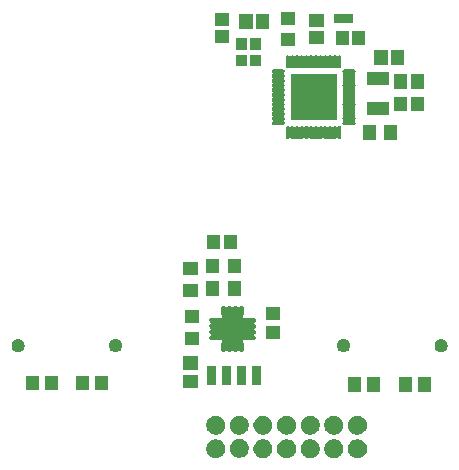
<source format=gbs>
G04 #@! TF.GenerationSoftware,KiCad,Pcbnew,5.1.5-52549c5~84~ubuntu18.04.1*
G04 #@! TF.CreationDate,2020-02-14T10:24:02+02:00*
G04 #@! TF.ProjectId,Touch_Switch_2ch,546f7563-685f-4537-9769-7463685f3263,rev?*
G04 #@! TF.SameCoordinates,Original*
G04 #@! TF.FileFunction,Soldermask,Bot*
G04 #@! TF.FilePolarity,Negative*
%FSLAX46Y46*%
G04 Gerber Fmt 4.6, Leading zero omitted, Abs format (unit mm)*
G04 Created by KiCad (PCBNEW 5.1.5-52549c5~84~ubuntu18.04.1) date 2020-02-14 10:24:02*
%MOMM*%
%LPD*%
G04 APERTURE LIST*
%ADD10C,0.100000*%
G04 APERTURE END LIST*
D10*
G36*
X96151642Y-71221781D02*
G01*
X96297414Y-71282162D01*
X96297416Y-71282163D01*
X96428608Y-71369822D01*
X96540178Y-71481392D01*
X96627837Y-71612584D01*
X96627838Y-71612586D01*
X96688219Y-71758358D01*
X96719000Y-71913107D01*
X96719000Y-72070893D01*
X96688219Y-72225642D01*
X96648548Y-72321416D01*
X96627837Y-72371416D01*
X96540178Y-72502608D01*
X96428608Y-72614178D01*
X96297416Y-72701837D01*
X96297415Y-72701838D01*
X96297414Y-72701838D01*
X96151642Y-72762219D01*
X95996893Y-72793000D01*
X95839107Y-72793000D01*
X95684358Y-72762219D01*
X95538586Y-72701838D01*
X95538585Y-72701838D01*
X95538584Y-72701837D01*
X95407392Y-72614178D01*
X95295822Y-72502608D01*
X95208163Y-72371416D01*
X95187452Y-72321416D01*
X95147781Y-72225642D01*
X95117000Y-72070893D01*
X95117000Y-71913107D01*
X95147781Y-71758358D01*
X95208162Y-71612586D01*
X95208163Y-71612584D01*
X95295822Y-71481392D01*
X95407392Y-71369822D01*
X95538584Y-71282163D01*
X95538586Y-71282162D01*
X95684358Y-71221781D01*
X95839107Y-71191000D01*
X95996893Y-71191000D01*
X96151642Y-71221781D01*
G37*
G36*
X98151642Y-71221781D02*
G01*
X98297414Y-71282162D01*
X98297416Y-71282163D01*
X98428608Y-71369822D01*
X98540178Y-71481392D01*
X98627837Y-71612584D01*
X98627838Y-71612586D01*
X98688219Y-71758358D01*
X98719000Y-71913107D01*
X98719000Y-72070893D01*
X98688219Y-72225642D01*
X98648548Y-72321416D01*
X98627837Y-72371416D01*
X98540178Y-72502608D01*
X98428608Y-72614178D01*
X98297416Y-72701837D01*
X98297415Y-72701838D01*
X98297414Y-72701838D01*
X98151642Y-72762219D01*
X97996893Y-72793000D01*
X97839107Y-72793000D01*
X97684358Y-72762219D01*
X97538586Y-72701838D01*
X97538585Y-72701838D01*
X97538584Y-72701837D01*
X97407392Y-72614178D01*
X97295822Y-72502608D01*
X97208163Y-72371416D01*
X97187452Y-72321416D01*
X97147781Y-72225642D01*
X97117000Y-72070893D01*
X97117000Y-71913107D01*
X97147781Y-71758358D01*
X97208162Y-71612586D01*
X97208163Y-71612584D01*
X97295822Y-71481392D01*
X97407392Y-71369822D01*
X97538584Y-71282163D01*
X97538586Y-71282162D01*
X97684358Y-71221781D01*
X97839107Y-71191000D01*
X97996893Y-71191000D01*
X98151642Y-71221781D01*
G37*
G36*
X100151642Y-71221781D02*
G01*
X100297414Y-71282162D01*
X100297416Y-71282163D01*
X100428608Y-71369822D01*
X100540178Y-71481392D01*
X100627837Y-71612584D01*
X100627838Y-71612586D01*
X100688219Y-71758358D01*
X100719000Y-71913107D01*
X100719000Y-72070893D01*
X100688219Y-72225642D01*
X100648548Y-72321416D01*
X100627837Y-72371416D01*
X100540178Y-72502608D01*
X100428608Y-72614178D01*
X100297416Y-72701837D01*
X100297415Y-72701838D01*
X100297414Y-72701838D01*
X100151642Y-72762219D01*
X99996893Y-72793000D01*
X99839107Y-72793000D01*
X99684358Y-72762219D01*
X99538586Y-72701838D01*
X99538585Y-72701838D01*
X99538584Y-72701837D01*
X99407392Y-72614178D01*
X99295822Y-72502608D01*
X99208163Y-72371416D01*
X99187452Y-72321416D01*
X99147781Y-72225642D01*
X99117000Y-72070893D01*
X99117000Y-71913107D01*
X99147781Y-71758358D01*
X99208162Y-71612586D01*
X99208163Y-71612584D01*
X99295822Y-71481392D01*
X99407392Y-71369822D01*
X99538584Y-71282163D01*
X99538586Y-71282162D01*
X99684358Y-71221781D01*
X99839107Y-71191000D01*
X99996893Y-71191000D01*
X100151642Y-71221781D01*
G37*
G36*
X104151642Y-71221781D02*
G01*
X104297414Y-71282162D01*
X104297416Y-71282163D01*
X104428608Y-71369822D01*
X104540178Y-71481392D01*
X104627837Y-71612584D01*
X104627838Y-71612586D01*
X104688219Y-71758358D01*
X104719000Y-71913107D01*
X104719000Y-72070893D01*
X104688219Y-72225642D01*
X104648548Y-72321416D01*
X104627837Y-72371416D01*
X104540178Y-72502608D01*
X104428608Y-72614178D01*
X104297416Y-72701837D01*
X104297415Y-72701838D01*
X104297414Y-72701838D01*
X104151642Y-72762219D01*
X103996893Y-72793000D01*
X103839107Y-72793000D01*
X103684358Y-72762219D01*
X103538586Y-72701838D01*
X103538585Y-72701838D01*
X103538584Y-72701837D01*
X103407392Y-72614178D01*
X103295822Y-72502608D01*
X103208163Y-72371416D01*
X103187452Y-72321416D01*
X103147781Y-72225642D01*
X103117000Y-72070893D01*
X103117000Y-71913107D01*
X103147781Y-71758358D01*
X103208162Y-71612586D01*
X103208163Y-71612584D01*
X103295822Y-71481392D01*
X103407392Y-71369822D01*
X103538584Y-71282163D01*
X103538586Y-71282162D01*
X103684358Y-71221781D01*
X103839107Y-71191000D01*
X103996893Y-71191000D01*
X104151642Y-71221781D01*
G37*
G36*
X92151642Y-71221781D02*
G01*
X92297414Y-71282162D01*
X92297416Y-71282163D01*
X92428608Y-71369822D01*
X92540178Y-71481392D01*
X92627837Y-71612584D01*
X92627838Y-71612586D01*
X92688219Y-71758358D01*
X92719000Y-71913107D01*
X92719000Y-72070893D01*
X92688219Y-72225642D01*
X92648548Y-72321416D01*
X92627837Y-72371416D01*
X92540178Y-72502608D01*
X92428608Y-72614178D01*
X92297416Y-72701837D01*
X92297415Y-72701838D01*
X92297414Y-72701838D01*
X92151642Y-72762219D01*
X91996893Y-72793000D01*
X91839107Y-72793000D01*
X91684358Y-72762219D01*
X91538586Y-72701838D01*
X91538585Y-72701838D01*
X91538584Y-72701837D01*
X91407392Y-72614178D01*
X91295822Y-72502608D01*
X91208163Y-72371416D01*
X91187452Y-72321416D01*
X91147781Y-72225642D01*
X91117000Y-72070893D01*
X91117000Y-71913107D01*
X91147781Y-71758358D01*
X91208162Y-71612586D01*
X91208163Y-71612584D01*
X91295822Y-71481392D01*
X91407392Y-71369822D01*
X91538584Y-71282163D01*
X91538586Y-71282162D01*
X91684358Y-71221781D01*
X91839107Y-71191000D01*
X91996893Y-71191000D01*
X92151642Y-71221781D01*
G37*
G36*
X102151642Y-71221781D02*
G01*
X102297414Y-71282162D01*
X102297416Y-71282163D01*
X102428608Y-71369822D01*
X102540178Y-71481392D01*
X102627837Y-71612584D01*
X102627838Y-71612586D01*
X102688219Y-71758358D01*
X102719000Y-71913107D01*
X102719000Y-72070893D01*
X102688219Y-72225642D01*
X102648548Y-72321416D01*
X102627837Y-72371416D01*
X102540178Y-72502608D01*
X102428608Y-72614178D01*
X102297416Y-72701837D01*
X102297415Y-72701838D01*
X102297414Y-72701838D01*
X102151642Y-72762219D01*
X101996893Y-72793000D01*
X101839107Y-72793000D01*
X101684358Y-72762219D01*
X101538586Y-72701838D01*
X101538585Y-72701838D01*
X101538584Y-72701837D01*
X101407392Y-72614178D01*
X101295822Y-72502608D01*
X101208163Y-72371416D01*
X101187452Y-72321416D01*
X101147781Y-72225642D01*
X101117000Y-72070893D01*
X101117000Y-71913107D01*
X101147781Y-71758358D01*
X101208162Y-71612586D01*
X101208163Y-71612584D01*
X101295822Y-71481392D01*
X101407392Y-71369822D01*
X101538584Y-71282163D01*
X101538586Y-71282162D01*
X101684358Y-71221781D01*
X101839107Y-71191000D01*
X101996893Y-71191000D01*
X102151642Y-71221781D01*
G37*
G36*
X94151642Y-71171781D02*
G01*
X94297414Y-71232162D01*
X94297416Y-71232163D01*
X94428608Y-71319822D01*
X94540178Y-71431392D01*
X94573587Y-71481393D01*
X94627838Y-71562586D01*
X94688219Y-71708358D01*
X94719000Y-71863107D01*
X94719000Y-72020893D01*
X94688219Y-72175642D01*
X94627838Y-72321414D01*
X94627837Y-72321416D01*
X94540178Y-72452608D01*
X94428608Y-72564178D01*
X94297416Y-72651837D01*
X94297415Y-72651838D01*
X94297414Y-72651838D01*
X94151642Y-72712219D01*
X93996893Y-72743000D01*
X93839107Y-72743000D01*
X93684358Y-72712219D01*
X93538586Y-72651838D01*
X93538585Y-72651838D01*
X93538584Y-72651837D01*
X93407392Y-72564178D01*
X93295822Y-72452608D01*
X93208163Y-72321416D01*
X93208162Y-72321414D01*
X93147781Y-72175642D01*
X93117000Y-72020893D01*
X93117000Y-71863107D01*
X93147781Y-71708358D01*
X93208162Y-71562586D01*
X93262413Y-71481393D01*
X93295822Y-71431392D01*
X93407392Y-71319822D01*
X93538584Y-71232163D01*
X93538586Y-71232162D01*
X93684358Y-71171781D01*
X93839107Y-71141000D01*
X93996893Y-71141000D01*
X94151642Y-71171781D01*
G37*
G36*
X100151642Y-69221781D02*
G01*
X100297414Y-69282162D01*
X100297416Y-69282163D01*
X100428608Y-69369822D01*
X100540178Y-69481392D01*
X100627837Y-69612584D01*
X100627838Y-69612586D01*
X100688219Y-69758358D01*
X100719000Y-69913107D01*
X100719000Y-70070893D01*
X100688219Y-70225642D01*
X100627838Y-70371414D01*
X100627837Y-70371416D01*
X100540178Y-70502608D01*
X100428608Y-70614178D01*
X100297416Y-70701837D01*
X100297415Y-70701838D01*
X100297414Y-70701838D01*
X100151642Y-70762219D01*
X99996893Y-70793000D01*
X99839107Y-70793000D01*
X99684358Y-70762219D01*
X99538586Y-70701838D01*
X99538585Y-70701838D01*
X99538584Y-70701837D01*
X99407392Y-70614178D01*
X99295822Y-70502608D01*
X99208163Y-70371416D01*
X99208162Y-70371414D01*
X99147781Y-70225642D01*
X99117000Y-70070893D01*
X99117000Y-69913107D01*
X99147781Y-69758358D01*
X99208162Y-69612586D01*
X99208163Y-69612584D01*
X99295822Y-69481392D01*
X99407392Y-69369822D01*
X99538584Y-69282163D01*
X99538586Y-69282162D01*
X99684358Y-69221781D01*
X99839107Y-69191000D01*
X99996893Y-69191000D01*
X100151642Y-69221781D01*
G37*
G36*
X102151642Y-69221781D02*
G01*
X102297414Y-69282162D01*
X102297416Y-69282163D01*
X102428608Y-69369822D01*
X102540178Y-69481392D01*
X102627837Y-69612584D01*
X102627838Y-69612586D01*
X102688219Y-69758358D01*
X102719000Y-69913107D01*
X102719000Y-70070893D01*
X102688219Y-70225642D01*
X102627838Y-70371414D01*
X102627837Y-70371416D01*
X102540178Y-70502608D01*
X102428608Y-70614178D01*
X102297416Y-70701837D01*
X102297415Y-70701838D01*
X102297414Y-70701838D01*
X102151642Y-70762219D01*
X101996893Y-70793000D01*
X101839107Y-70793000D01*
X101684358Y-70762219D01*
X101538586Y-70701838D01*
X101538585Y-70701838D01*
X101538584Y-70701837D01*
X101407392Y-70614178D01*
X101295822Y-70502608D01*
X101208163Y-70371416D01*
X101208162Y-70371414D01*
X101147781Y-70225642D01*
X101117000Y-70070893D01*
X101117000Y-69913107D01*
X101147781Y-69758358D01*
X101208162Y-69612586D01*
X101208163Y-69612584D01*
X101295822Y-69481392D01*
X101407392Y-69369822D01*
X101538584Y-69282163D01*
X101538586Y-69282162D01*
X101684358Y-69221781D01*
X101839107Y-69191000D01*
X101996893Y-69191000D01*
X102151642Y-69221781D01*
G37*
G36*
X104151642Y-69221781D02*
G01*
X104297414Y-69282162D01*
X104297416Y-69282163D01*
X104428608Y-69369822D01*
X104540178Y-69481392D01*
X104627837Y-69612584D01*
X104627838Y-69612586D01*
X104688219Y-69758358D01*
X104719000Y-69913107D01*
X104719000Y-70070893D01*
X104688219Y-70225642D01*
X104627838Y-70371414D01*
X104627837Y-70371416D01*
X104540178Y-70502608D01*
X104428608Y-70614178D01*
X104297416Y-70701837D01*
X104297415Y-70701838D01*
X104297414Y-70701838D01*
X104151642Y-70762219D01*
X103996893Y-70793000D01*
X103839107Y-70793000D01*
X103684358Y-70762219D01*
X103538586Y-70701838D01*
X103538585Y-70701838D01*
X103538584Y-70701837D01*
X103407392Y-70614178D01*
X103295822Y-70502608D01*
X103208163Y-70371416D01*
X103208162Y-70371414D01*
X103147781Y-70225642D01*
X103117000Y-70070893D01*
X103117000Y-69913107D01*
X103147781Y-69758358D01*
X103208162Y-69612586D01*
X103208163Y-69612584D01*
X103295822Y-69481392D01*
X103407392Y-69369822D01*
X103538584Y-69282163D01*
X103538586Y-69282162D01*
X103684358Y-69221781D01*
X103839107Y-69191000D01*
X103996893Y-69191000D01*
X104151642Y-69221781D01*
G37*
G36*
X94151642Y-69221781D02*
G01*
X94297414Y-69282162D01*
X94297416Y-69282163D01*
X94428608Y-69369822D01*
X94540178Y-69481392D01*
X94627837Y-69612584D01*
X94627838Y-69612586D01*
X94688219Y-69758358D01*
X94719000Y-69913107D01*
X94719000Y-70070893D01*
X94688219Y-70225642D01*
X94627838Y-70371414D01*
X94627837Y-70371416D01*
X94540178Y-70502608D01*
X94428608Y-70614178D01*
X94297416Y-70701837D01*
X94297415Y-70701838D01*
X94297414Y-70701838D01*
X94151642Y-70762219D01*
X93996893Y-70793000D01*
X93839107Y-70793000D01*
X93684358Y-70762219D01*
X93538586Y-70701838D01*
X93538585Y-70701838D01*
X93538584Y-70701837D01*
X93407392Y-70614178D01*
X93295822Y-70502608D01*
X93208163Y-70371416D01*
X93208162Y-70371414D01*
X93147781Y-70225642D01*
X93117000Y-70070893D01*
X93117000Y-69913107D01*
X93147781Y-69758358D01*
X93208162Y-69612586D01*
X93208163Y-69612584D01*
X93295822Y-69481392D01*
X93407392Y-69369822D01*
X93538584Y-69282163D01*
X93538586Y-69282162D01*
X93684358Y-69221781D01*
X93839107Y-69191000D01*
X93996893Y-69191000D01*
X94151642Y-69221781D01*
G37*
G36*
X92151642Y-69221781D02*
G01*
X92297414Y-69282162D01*
X92297416Y-69282163D01*
X92428608Y-69369822D01*
X92540178Y-69481392D01*
X92627837Y-69612584D01*
X92627838Y-69612586D01*
X92688219Y-69758358D01*
X92719000Y-69913107D01*
X92719000Y-70070893D01*
X92688219Y-70225642D01*
X92627838Y-70371414D01*
X92627837Y-70371416D01*
X92540178Y-70502608D01*
X92428608Y-70614178D01*
X92297416Y-70701837D01*
X92297415Y-70701838D01*
X92297414Y-70701838D01*
X92151642Y-70762219D01*
X91996893Y-70793000D01*
X91839107Y-70793000D01*
X91684358Y-70762219D01*
X91538586Y-70701838D01*
X91538585Y-70701838D01*
X91538584Y-70701837D01*
X91407392Y-70614178D01*
X91295822Y-70502608D01*
X91208163Y-70371416D01*
X91208162Y-70371414D01*
X91147781Y-70225642D01*
X91117000Y-70070893D01*
X91117000Y-69913107D01*
X91147781Y-69758358D01*
X91208162Y-69612586D01*
X91208163Y-69612584D01*
X91295822Y-69481392D01*
X91407392Y-69369822D01*
X91538584Y-69282163D01*
X91538586Y-69282162D01*
X91684358Y-69221781D01*
X91839107Y-69191000D01*
X91996893Y-69191000D01*
X92151642Y-69221781D01*
G37*
G36*
X98151642Y-69221781D02*
G01*
X98297414Y-69282162D01*
X98297416Y-69282163D01*
X98428608Y-69369822D01*
X98540178Y-69481392D01*
X98627837Y-69612584D01*
X98627838Y-69612586D01*
X98688219Y-69758358D01*
X98719000Y-69913107D01*
X98719000Y-70070893D01*
X98688219Y-70225642D01*
X98627838Y-70371414D01*
X98627837Y-70371416D01*
X98540178Y-70502608D01*
X98428608Y-70614178D01*
X98297416Y-70701837D01*
X98297415Y-70701838D01*
X98297414Y-70701838D01*
X98151642Y-70762219D01*
X97996893Y-70793000D01*
X97839107Y-70793000D01*
X97684358Y-70762219D01*
X97538586Y-70701838D01*
X97538585Y-70701838D01*
X97538584Y-70701837D01*
X97407392Y-70614178D01*
X97295822Y-70502608D01*
X97208163Y-70371416D01*
X97208162Y-70371414D01*
X97147781Y-70225642D01*
X97117000Y-70070893D01*
X97117000Y-69913107D01*
X97147781Y-69758358D01*
X97208162Y-69612586D01*
X97208163Y-69612584D01*
X97295822Y-69481392D01*
X97407392Y-69369822D01*
X97538584Y-69282163D01*
X97538586Y-69282162D01*
X97684358Y-69221781D01*
X97839107Y-69191000D01*
X97996893Y-69191000D01*
X98151642Y-69221781D01*
G37*
G36*
X96151642Y-69221781D02*
G01*
X96297414Y-69282162D01*
X96297416Y-69282163D01*
X96428608Y-69369822D01*
X96540178Y-69481392D01*
X96627837Y-69612584D01*
X96627838Y-69612586D01*
X96688219Y-69758358D01*
X96719000Y-69913107D01*
X96719000Y-70070893D01*
X96688219Y-70225642D01*
X96627838Y-70371414D01*
X96627837Y-70371416D01*
X96540178Y-70502608D01*
X96428608Y-70614178D01*
X96297416Y-70701837D01*
X96297415Y-70701838D01*
X96297414Y-70701838D01*
X96151642Y-70762219D01*
X95996893Y-70793000D01*
X95839107Y-70793000D01*
X95684358Y-70762219D01*
X95538586Y-70701838D01*
X95538585Y-70701838D01*
X95538584Y-70701837D01*
X95407392Y-70614178D01*
X95295822Y-70502608D01*
X95208163Y-70371416D01*
X95208162Y-70371414D01*
X95147781Y-70225642D01*
X95117000Y-70070893D01*
X95117000Y-69913107D01*
X95147781Y-69758358D01*
X95208162Y-69612586D01*
X95208163Y-69612584D01*
X95295822Y-69481392D01*
X95407392Y-69369822D01*
X95538584Y-69282163D01*
X95538586Y-69282162D01*
X95684358Y-69221781D01*
X95839107Y-69191000D01*
X95996893Y-69191000D01*
X96151642Y-69221781D01*
G37*
G36*
X108540000Y-67149000D02*
G01*
X107438000Y-67149000D01*
X107438000Y-65947000D01*
X108540000Y-65947000D01*
X108540000Y-67149000D01*
G37*
G36*
X104232000Y-67149000D02*
G01*
X103130000Y-67149000D01*
X103130000Y-65947000D01*
X104232000Y-65947000D01*
X104232000Y-67149000D01*
G37*
G36*
X105832000Y-67149000D02*
G01*
X104730000Y-67149000D01*
X104730000Y-65947000D01*
X105832000Y-65947000D01*
X105832000Y-67149000D01*
G37*
G36*
X110140000Y-67149000D02*
G01*
X109038000Y-67149000D01*
X109038000Y-65947000D01*
X110140000Y-65947000D01*
X110140000Y-67149000D01*
G37*
G36*
X76963000Y-67022000D02*
G01*
X75861000Y-67022000D01*
X75861000Y-65820000D01*
X76963000Y-65820000D01*
X76963000Y-67022000D01*
G37*
G36*
X78563000Y-67022000D02*
G01*
X77461000Y-67022000D01*
X77461000Y-65820000D01*
X78563000Y-65820000D01*
X78563000Y-67022000D01*
G37*
G36*
X82784000Y-67022000D02*
G01*
X81682000Y-67022000D01*
X81682000Y-65820000D01*
X82784000Y-65820000D01*
X82784000Y-67022000D01*
G37*
G36*
X81184000Y-67022000D02*
G01*
X80082000Y-67022000D01*
X80082000Y-65820000D01*
X81184000Y-65820000D01*
X81184000Y-67022000D01*
G37*
G36*
X90390000Y-66883000D02*
G01*
X89188000Y-66883000D01*
X89188000Y-65781000D01*
X90390000Y-65781000D01*
X90390000Y-66883000D01*
G37*
G36*
X91935500Y-66599000D02*
G01*
X91198500Y-66599000D01*
X91198500Y-64973000D01*
X91935500Y-64973000D01*
X91935500Y-66599000D01*
G37*
G36*
X93205500Y-66599000D02*
G01*
X92468500Y-66599000D01*
X92468500Y-64973000D01*
X93205500Y-64973000D01*
X93205500Y-66599000D01*
G37*
G36*
X94475500Y-66599000D02*
G01*
X93738500Y-66599000D01*
X93738500Y-64973000D01*
X94475500Y-64973000D01*
X94475500Y-66599000D01*
G37*
G36*
X95745500Y-66599000D02*
G01*
X95008500Y-66599000D01*
X95008500Y-64973000D01*
X95745500Y-64973000D01*
X95745500Y-66599000D01*
G37*
G36*
X90390000Y-65283000D02*
G01*
X89188000Y-65283000D01*
X89188000Y-64181000D01*
X90390000Y-64181000D01*
X90390000Y-65283000D01*
G37*
G36*
X94132443Y-59875764D02*
G01*
X94168446Y-59886685D01*
X94201627Y-59904421D01*
X94230711Y-59928289D01*
X94254579Y-59957373D01*
X94272315Y-59990554D01*
X94283236Y-60026557D01*
X94286000Y-60054619D01*
X94286000Y-60643381D01*
X94283236Y-60671443D01*
X94272315Y-60707446D01*
X94272313Y-60707449D01*
X94254579Y-60740627D01*
X94252055Y-60743702D01*
X94238441Y-60764077D01*
X94229063Y-60786716D01*
X94224283Y-60810749D01*
X94224283Y-60835253D01*
X94229063Y-60859286D01*
X94238441Y-60881925D01*
X94252054Y-60902299D01*
X94269381Y-60919626D01*
X94273086Y-60922102D01*
X94282611Y-60933708D01*
X94301553Y-60949253D01*
X94323164Y-60960804D01*
X94346613Y-60967917D01*
X94370999Y-60970319D01*
X94395385Y-60967917D01*
X94418834Y-60960804D01*
X94440445Y-60949253D01*
X94450292Y-60941949D01*
X94453373Y-60939421D01*
X94486554Y-60921685D01*
X94522557Y-60910764D01*
X94550619Y-60908000D01*
X95139381Y-60908000D01*
X95167443Y-60910764D01*
X95203446Y-60921685D01*
X95236627Y-60939421D01*
X95265711Y-60963289D01*
X95289579Y-60992373D01*
X95307315Y-61025554D01*
X95318236Y-61061557D01*
X95321924Y-61099000D01*
X95318236Y-61136443D01*
X95307315Y-61172446D01*
X95289579Y-61205627D01*
X95265711Y-61234711D01*
X95244177Y-61252383D01*
X95226858Y-61269704D01*
X95213244Y-61290078D01*
X95203868Y-61312717D01*
X95199088Y-61336751D01*
X95199088Y-61361255D01*
X95203869Y-61385288D01*
X95213247Y-61407927D01*
X95226861Y-61428301D01*
X95244177Y-61445617D01*
X95265711Y-61463289D01*
X95289579Y-61492373D01*
X95307315Y-61525554D01*
X95318236Y-61561557D01*
X95321924Y-61599000D01*
X95318236Y-61636443D01*
X95307315Y-61672446D01*
X95289579Y-61705627D01*
X95265711Y-61734711D01*
X95244177Y-61752383D01*
X95226858Y-61769704D01*
X95213244Y-61790078D01*
X95203868Y-61812717D01*
X95199088Y-61836751D01*
X95199088Y-61861255D01*
X95203869Y-61885288D01*
X95213247Y-61907927D01*
X95226861Y-61928301D01*
X95244177Y-61945617D01*
X95265711Y-61963289D01*
X95289579Y-61992373D01*
X95307315Y-62025554D01*
X95318236Y-62061557D01*
X95321924Y-62099000D01*
X95318236Y-62136443D01*
X95307315Y-62172446D01*
X95289579Y-62205627D01*
X95265711Y-62234711D01*
X95244177Y-62252383D01*
X95226858Y-62269704D01*
X95213244Y-62290078D01*
X95203868Y-62312717D01*
X95199088Y-62336751D01*
X95199088Y-62361255D01*
X95203869Y-62385288D01*
X95213247Y-62407927D01*
X95226861Y-62428301D01*
X95244177Y-62445617D01*
X95265711Y-62463289D01*
X95289579Y-62492373D01*
X95307315Y-62525554D01*
X95318236Y-62561557D01*
X95321924Y-62599000D01*
X95318236Y-62636443D01*
X95307315Y-62672446D01*
X95289579Y-62705627D01*
X95265711Y-62734711D01*
X95236627Y-62758579D01*
X95203446Y-62776315D01*
X95167443Y-62787236D01*
X95139381Y-62790000D01*
X94550619Y-62790000D01*
X94522557Y-62787236D01*
X94486554Y-62776315D01*
X94453373Y-62758579D01*
X94450295Y-62756053D01*
X94429923Y-62742441D01*
X94407284Y-62733063D01*
X94383251Y-62728283D01*
X94358747Y-62728283D01*
X94334714Y-62733063D01*
X94312075Y-62742441D01*
X94291701Y-62756054D01*
X94274374Y-62773381D01*
X94271898Y-62777086D01*
X94260292Y-62786611D01*
X94244747Y-62805553D01*
X94233196Y-62827164D01*
X94226083Y-62850613D01*
X94223681Y-62874999D01*
X94226083Y-62899385D01*
X94233196Y-62922834D01*
X94244747Y-62944445D01*
X94252051Y-62954292D01*
X94254579Y-62957373D01*
X94272315Y-62990554D01*
X94283236Y-63026557D01*
X94286000Y-63054619D01*
X94286000Y-63643381D01*
X94283236Y-63671443D01*
X94272315Y-63707446D01*
X94254579Y-63740627D01*
X94230711Y-63769711D01*
X94201626Y-63793579D01*
X94168445Y-63811315D01*
X94132442Y-63822236D01*
X94095000Y-63825924D01*
X94057557Y-63822236D01*
X94021554Y-63811315D01*
X93988373Y-63793579D01*
X93959289Y-63769711D01*
X93941620Y-63748180D01*
X93924298Y-63730858D01*
X93903923Y-63717244D01*
X93881285Y-63707867D01*
X93857251Y-63703087D01*
X93832747Y-63703087D01*
X93808714Y-63707868D01*
X93786075Y-63717245D01*
X93765701Y-63730859D01*
X93748383Y-63748177D01*
X93730711Y-63769711D01*
X93701626Y-63793579D01*
X93668445Y-63811315D01*
X93632442Y-63822236D01*
X93595000Y-63825924D01*
X93557557Y-63822236D01*
X93521554Y-63811315D01*
X93488373Y-63793579D01*
X93459289Y-63769711D01*
X93441620Y-63748180D01*
X93424298Y-63730858D01*
X93403923Y-63717244D01*
X93381285Y-63707867D01*
X93357251Y-63703087D01*
X93332747Y-63703087D01*
X93308714Y-63707868D01*
X93286075Y-63717245D01*
X93265701Y-63730859D01*
X93248383Y-63748177D01*
X93230711Y-63769711D01*
X93201626Y-63793579D01*
X93168445Y-63811315D01*
X93132442Y-63822236D01*
X93095000Y-63825924D01*
X93057557Y-63822236D01*
X93021554Y-63811315D01*
X92988373Y-63793579D01*
X92959289Y-63769711D01*
X92941620Y-63748180D01*
X92924298Y-63730858D01*
X92903923Y-63717244D01*
X92881285Y-63707867D01*
X92857251Y-63703087D01*
X92832747Y-63703087D01*
X92808714Y-63707868D01*
X92786075Y-63717245D01*
X92765701Y-63730859D01*
X92748383Y-63748177D01*
X92730711Y-63769711D01*
X92701626Y-63793579D01*
X92668445Y-63811315D01*
X92632442Y-63822236D01*
X92595000Y-63825924D01*
X92557557Y-63822236D01*
X92521554Y-63811315D01*
X92488373Y-63793579D01*
X92459289Y-63769711D01*
X92435421Y-63740626D01*
X92417685Y-63707445D01*
X92406764Y-63671442D01*
X92404000Y-63643380D01*
X92404001Y-63054619D01*
X92406765Y-63026557D01*
X92417686Y-62990554D01*
X92435422Y-62957373D01*
X92437948Y-62954295D01*
X92451560Y-62933923D01*
X92460938Y-62911284D01*
X92465718Y-62887251D01*
X92465718Y-62862747D01*
X92460938Y-62838714D01*
X92451560Y-62816075D01*
X92437947Y-62795701D01*
X92420620Y-62778374D01*
X92416913Y-62775897D01*
X92407389Y-62764292D01*
X92388447Y-62748747D01*
X92366836Y-62737196D01*
X92343387Y-62730083D01*
X92319001Y-62727681D01*
X92294615Y-62730083D01*
X92271166Y-62737196D01*
X92249555Y-62748747D01*
X92239708Y-62756051D01*
X92236627Y-62758579D01*
X92203446Y-62776315D01*
X92167443Y-62787236D01*
X92139381Y-62790000D01*
X91550619Y-62790000D01*
X91522557Y-62787236D01*
X91486554Y-62776315D01*
X91453373Y-62758579D01*
X91424289Y-62734711D01*
X91400421Y-62705627D01*
X91382685Y-62672446D01*
X91371764Y-62636443D01*
X91368076Y-62599000D01*
X91371764Y-62561557D01*
X91382685Y-62525554D01*
X91400421Y-62492373D01*
X91424289Y-62463289D01*
X91445823Y-62445617D01*
X91463142Y-62428296D01*
X91476756Y-62407922D01*
X91486132Y-62385283D01*
X91490912Y-62361249D01*
X91490912Y-62336745D01*
X91486131Y-62312712D01*
X91476753Y-62290073D01*
X91463139Y-62269699D01*
X91445823Y-62252383D01*
X91424289Y-62234711D01*
X91400421Y-62205627D01*
X91382685Y-62172446D01*
X91371764Y-62136443D01*
X91368076Y-62099000D01*
X91371764Y-62061557D01*
X91382685Y-62025554D01*
X91400421Y-61992373D01*
X91424289Y-61963289D01*
X91445823Y-61945617D01*
X91463142Y-61928296D01*
X91476756Y-61907922D01*
X91486132Y-61885283D01*
X91490912Y-61861249D01*
X91490912Y-61836745D01*
X91486131Y-61812712D01*
X91476753Y-61790073D01*
X91463139Y-61769699D01*
X91445823Y-61752383D01*
X91424289Y-61734711D01*
X91400421Y-61705627D01*
X91382685Y-61672446D01*
X91371764Y-61636443D01*
X91368076Y-61599000D01*
X91371764Y-61561557D01*
X91382685Y-61525554D01*
X91400421Y-61492373D01*
X91424289Y-61463289D01*
X91445823Y-61445617D01*
X91463142Y-61428296D01*
X91476756Y-61407922D01*
X91486132Y-61385283D01*
X91490912Y-61361249D01*
X91490912Y-61336745D01*
X91486131Y-61312712D01*
X91476753Y-61290073D01*
X91463139Y-61269699D01*
X91445823Y-61252383D01*
X91424289Y-61234711D01*
X91400421Y-61205627D01*
X91382685Y-61172446D01*
X91371764Y-61136443D01*
X91368076Y-61099000D01*
X91371764Y-61061557D01*
X91382685Y-61025554D01*
X91400421Y-60992373D01*
X91424289Y-60963289D01*
X91453373Y-60939421D01*
X91486554Y-60921685D01*
X91522557Y-60910764D01*
X91550619Y-60908000D01*
X92139381Y-60908000D01*
X92167443Y-60910764D01*
X92203446Y-60921685D01*
X92236627Y-60939421D01*
X92239705Y-60941947D01*
X92260077Y-60955559D01*
X92282716Y-60964937D01*
X92306749Y-60969717D01*
X92331253Y-60969717D01*
X92355286Y-60964937D01*
X92377925Y-60955559D01*
X92398299Y-60941946D01*
X92415626Y-60924619D01*
X92418100Y-60920916D01*
X92429709Y-60911389D01*
X92445254Y-60892447D01*
X92456805Y-60870836D01*
X92463918Y-60847387D01*
X92466320Y-60823001D01*
X92463918Y-60798615D01*
X92456805Y-60775166D01*
X92445254Y-60753555D01*
X92437953Y-60743711D01*
X92435421Y-60740626D01*
X92417685Y-60707445D01*
X92406764Y-60671442D01*
X92404000Y-60643380D01*
X92404001Y-60054619D01*
X92406765Y-60026557D01*
X92417686Y-59990554D01*
X92435422Y-59957373D01*
X92459290Y-59928289D01*
X92488374Y-59904421D01*
X92521555Y-59886685D01*
X92557558Y-59875764D01*
X92595000Y-59872076D01*
X92632443Y-59875764D01*
X92668446Y-59886685D01*
X92701627Y-59904421D01*
X92730711Y-59928289D01*
X92748383Y-59949823D01*
X92765705Y-59967144D01*
X92786080Y-59980757D01*
X92808719Y-59990133D01*
X92832752Y-59994913D01*
X92857256Y-59994913D01*
X92881289Y-59990132D01*
X92903928Y-59980754D01*
X92924302Y-59967140D01*
X92941618Y-59949823D01*
X92959290Y-59928289D01*
X92988374Y-59904421D01*
X93021555Y-59886685D01*
X93057558Y-59875764D01*
X93095000Y-59872076D01*
X93132443Y-59875764D01*
X93168446Y-59886685D01*
X93201627Y-59904421D01*
X93230711Y-59928289D01*
X93248383Y-59949823D01*
X93265705Y-59967144D01*
X93286080Y-59980757D01*
X93308719Y-59990133D01*
X93332752Y-59994913D01*
X93357256Y-59994913D01*
X93381289Y-59990132D01*
X93403928Y-59980754D01*
X93424302Y-59967140D01*
X93441618Y-59949823D01*
X93459290Y-59928289D01*
X93488374Y-59904421D01*
X93521555Y-59886685D01*
X93557558Y-59875764D01*
X93595000Y-59872076D01*
X93632443Y-59875764D01*
X93668446Y-59886685D01*
X93701627Y-59904421D01*
X93730711Y-59928289D01*
X93748383Y-59949823D01*
X93765705Y-59967144D01*
X93786080Y-59980757D01*
X93808719Y-59990133D01*
X93832752Y-59994913D01*
X93857256Y-59994913D01*
X93881289Y-59990132D01*
X93903928Y-59980754D01*
X93924302Y-59967140D01*
X93941618Y-59949823D01*
X93959290Y-59928289D01*
X93988374Y-59904421D01*
X94021555Y-59886685D01*
X94057558Y-59875764D01*
X94095000Y-59872076D01*
X94132443Y-59875764D01*
G37*
G36*
X83599721Y-62716174D02*
G01*
X83699995Y-62757709D01*
X83730922Y-62778374D01*
X83790242Y-62818010D01*
X83866990Y-62894758D01*
X83893159Y-62933923D01*
X83927291Y-62985005D01*
X83968826Y-63085279D01*
X83990000Y-63191730D01*
X83990000Y-63300270D01*
X83968826Y-63406721D01*
X83927291Y-63506995D01*
X83927290Y-63506996D01*
X83866990Y-63597242D01*
X83790242Y-63673990D01*
X83746695Y-63703087D01*
X83699995Y-63734291D01*
X83599721Y-63775826D01*
X83493270Y-63797000D01*
X83384730Y-63797000D01*
X83278279Y-63775826D01*
X83178005Y-63734291D01*
X83131305Y-63703087D01*
X83087758Y-63673990D01*
X83011010Y-63597242D01*
X82950710Y-63506996D01*
X82950709Y-63506995D01*
X82909174Y-63406721D01*
X82888000Y-63300270D01*
X82888000Y-63191730D01*
X82909174Y-63085279D01*
X82950709Y-62985005D01*
X82984841Y-62933923D01*
X83011010Y-62894758D01*
X83087758Y-62818010D01*
X83147078Y-62778374D01*
X83178005Y-62757709D01*
X83278279Y-62716174D01*
X83384730Y-62695000D01*
X83493270Y-62695000D01*
X83599721Y-62716174D01*
G37*
G36*
X102903721Y-62716174D02*
G01*
X103003995Y-62757709D01*
X103034922Y-62778374D01*
X103094242Y-62818010D01*
X103170990Y-62894758D01*
X103197159Y-62933923D01*
X103231291Y-62985005D01*
X103272826Y-63085279D01*
X103294000Y-63191730D01*
X103294000Y-63300270D01*
X103272826Y-63406721D01*
X103231291Y-63506995D01*
X103231290Y-63506996D01*
X103170990Y-63597242D01*
X103094242Y-63673990D01*
X103050695Y-63703087D01*
X103003995Y-63734291D01*
X102903721Y-63775826D01*
X102797270Y-63797000D01*
X102688730Y-63797000D01*
X102582279Y-63775826D01*
X102482005Y-63734291D01*
X102435305Y-63703087D01*
X102391758Y-63673990D01*
X102315010Y-63597242D01*
X102254710Y-63506996D01*
X102254709Y-63506995D01*
X102213174Y-63406721D01*
X102192000Y-63300270D01*
X102192000Y-63191730D01*
X102213174Y-63085279D01*
X102254709Y-62985005D01*
X102288841Y-62933923D01*
X102315010Y-62894758D01*
X102391758Y-62818010D01*
X102451078Y-62778374D01*
X102482005Y-62757709D01*
X102582279Y-62716174D01*
X102688730Y-62695000D01*
X102797270Y-62695000D01*
X102903721Y-62716174D01*
G37*
G36*
X75344721Y-62716174D02*
G01*
X75444995Y-62757709D01*
X75475922Y-62778374D01*
X75535242Y-62818010D01*
X75611990Y-62894758D01*
X75638159Y-62933923D01*
X75672291Y-62985005D01*
X75713826Y-63085279D01*
X75735000Y-63191730D01*
X75735000Y-63300270D01*
X75713826Y-63406721D01*
X75672291Y-63506995D01*
X75672290Y-63506996D01*
X75611990Y-63597242D01*
X75535242Y-63673990D01*
X75491695Y-63703087D01*
X75444995Y-63734291D01*
X75344721Y-63775826D01*
X75238270Y-63797000D01*
X75129730Y-63797000D01*
X75023279Y-63775826D01*
X74923005Y-63734291D01*
X74876305Y-63703087D01*
X74832758Y-63673990D01*
X74756010Y-63597242D01*
X74695710Y-63506996D01*
X74695709Y-63506995D01*
X74654174Y-63406721D01*
X74633000Y-63300270D01*
X74633000Y-63191730D01*
X74654174Y-63085279D01*
X74695709Y-62985005D01*
X74729841Y-62933923D01*
X74756010Y-62894758D01*
X74832758Y-62818010D01*
X74892078Y-62778374D01*
X74923005Y-62757709D01*
X75023279Y-62716174D01*
X75129730Y-62695000D01*
X75238270Y-62695000D01*
X75344721Y-62716174D01*
G37*
G36*
X111158721Y-62716174D02*
G01*
X111258995Y-62757709D01*
X111289922Y-62778374D01*
X111349242Y-62818010D01*
X111425990Y-62894758D01*
X111452159Y-62933923D01*
X111486291Y-62985005D01*
X111527826Y-63085279D01*
X111549000Y-63191730D01*
X111549000Y-63300270D01*
X111527826Y-63406721D01*
X111486291Y-63506995D01*
X111486290Y-63506996D01*
X111425990Y-63597242D01*
X111349242Y-63673990D01*
X111305695Y-63703087D01*
X111258995Y-63734291D01*
X111158721Y-63775826D01*
X111052270Y-63797000D01*
X110943730Y-63797000D01*
X110837279Y-63775826D01*
X110737005Y-63734291D01*
X110690305Y-63703087D01*
X110646758Y-63673990D01*
X110570010Y-63597242D01*
X110509710Y-63506996D01*
X110509709Y-63506995D01*
X110468174Y-63406721D01*
X110447000Y-63300270D01*
X110447000Y-63191730D01*
X110468174Y-63085279D01*
X110509709Y-62985005D01*
X110543841Y-62933923D01*
X110570010Y-62894758D01*
X110646758Y-62818010D01*
X110706078Y-62778374D01*
X110737005Y-62757709D01*
X110837279Y-62716174D01*
X110943730Y-62695000D01*
X111052270Y-62695000D01*
X111158721Y-62716174D01*
G37*
G36*
X90517000Y-63173000D02*
G01*
X89315000Y-63173000D01*
X89315000Y-62071000D01*
X90517000Y-62071000D01*
X90517000Y-63173000D01*
G37*
G36*
X97375000Y-62692000D02*
G01*
X96173000Y-62692000D01*
X96173000Y-61590000D01*
X97375000Y-61590000D01*
X97375000Y-62692000D01*
G37*
G36*
X90517000Y-61373000D02*
G01*
X89315000Y-61373000D01*
X89315000Y-60271000D01*
X90517000Y-60271000D01*
X90517000Y-61373000D01*
G37*
G36*
X97375000Y-61092000D02*
G01*
X96173000Y-61092000D01*
X96173000Y-59990000D01*
X97375000Y-59990000D01*
X97375000Y-61092000D01*
G37*
G36*
X90390000Y-59109000D02*
G01*
X89188000Y-59109000D01*
X89188000Y-58007000D01*
X90390000Y-58007000D01*
X90390000Y-59109000D01*
G37*
G36*
X94034000Y-59021000D02*
G01*
X92932000Y-59021000D01*
X92932000Y-57819000D01*
X94034000Y-57819000D01*
X94034000Y-59021000D01*
G37*
G36*
X92234000Y-59021000D02*
G01*
X91132000Y-59021000D01*
X91132000Y-57819000D01*
X92234000Y-57819000D01*
X92234000Y-59021000D01*
G37*
G36*
X90390000Y-57309000D02*
G01*
X89188000Y-57309000D01*
X89188000Y-56207000D01*
X90390000Y-56207000D01*
X90390000Y-57309000D01*
G37*
G36*
X92234000Y-57116000D02*
G01*
X91132000Y-57116000D01*
X91132000Y-55914000D01*
X92234000Y-55914000D01*
X92234000Y-57116000D01*
G37*
G36*
X94034000Y-57116000D02*
G01*
X92932000Y-57116000D01*
X92932000Y-55914000D01*
X94034000Y-55914000D01*
X94034000Y-57116000D01*
G37*
G36*
X93707000Y-55084000D02*
G01*
X92605000Y-55084000D01*
X92605000Y-53882000D01*
X93707000Y-53882000D01*
X93707000Y-55084000D01*
G37*
G36*
X92307000Y-55084000D02*
G01*
X91205000Y-55084000D01*
X91205000Y-53882000D01*
X92307000Y-53882000D01*
X92307000Y-55084000D01*
G37*
G36*
X107253000Y-45813000D02*
G01*
X106151000Y-45813000D01*
X106151000Y-44611000D01*
X107253000Y-44611000D01*
X107253000Y-45813000D01*
G37*
G36*
X105453000Y-45813000D02*
G01*
X104351000Y-45813000D01*
X104351000Y-44611000D01*
X105453000Y-44611000D01*
X105453000Y-45813000D01*
G37*
G36*
X102435561Y-44679330D02*
G01*
X102465909Y-44688536D01*
X102493879Y-44703486D01*
X102518395Y-44723605D01*
X102538514Y-44748120D01*
X102553464Y-44776090D01*
X102562670Y-44806438D01*
X102565000Y-44830092D01*
X102565000Y-45625908D01*
X102562670Y-45649562D01*
X102553464Y-45679910D01*
X102538514Y-45707880D01*
X102518395Y-45732395D01*
X102493880Y-45752514D01*
X102465910Y-45767464D01*
X102435562Y-45776670D01*
X102404000Y-45779779D01*
X102372439Y-45776670D01*
X102342091Y-45767464D01*
X102314121Y-45752514D01*
X102289606Y-45732395D01*
X102289604Y-45732393D01*
X102284299Y-45728039D01*
X102263924Y-45714425D01*
X102241285Y-45705048D01*
X102217252Y-45700268D01*
X102192748Y-45700268D01*
X102168714Y-45705049D01*
X102146076Y-45714426D01*
X102125705Y-45728038D01*
X102104978Y-45745048D01*
X102095880Y-45752514D01*
X102067910Y-45767464D01*
X102037562Y-45776670D01*
X102006000Y-45779779D01*
X101974439Y-45776670D01*
X101944091Y-45767464D01*
X101916121Y-45752514D01*
X101891606Y-45732395D01*
X101891603Y-45732391D01*
X101885799Y-45727628D01*
X101865425Y-45714015D01*
X101842786Y-45704637D01*
X101818753Y-45699857D01*
X101794249Y-45699857D01*
X101770216Y-45704637D01*
X101747577Y-45714015D01*
X101727204Y-45727627D01*
X101721397Y-45732392D01*
X101721395Y-45732395D01*
X101696880Y-45752514D01*
X101668910Y-45767464D01*
X101638562Y-45776670D01*
X101607000Y-45779779D01*
X101575439Y-45776670D01*
X101545091Y-45767464D01*
X101517121Y-45752514D01*
X101492606Y-45732395D01*
X101492603Y-45732391D01*
X101485299Y-45726397D01*
X101464925Y-45712784D01*
X101442286Y-45703406D01*
X101418253Y-45698626D01*
X101393749Y-45698626D01*
X101369716Y-45703406D01*
X101347077Y-45712784D01*
X101326704Y-45726396D01*
X101319397Y-45732392D01*
X101319395Y-45732395D01*
X101294880Y-45752514D01*
X101266910Y-45767464D01*
X101236562Y-45776670D01*
X101205000Y-45779779D01*
X101173439Y-45776670D01*
X101143091Y-45767464D01*
X101115121Y-45752514D01*
X101090606Y-45732395D01*
X101090604Y-45732393D01*
X101085299Y-45728039D01*
X101064924Y-45714425D01*
X101042285Y-45705048D01*
X101018252Y-45700268D01*
X100993748Y-45700268D01*
X100969714Y-45705049D01*
X100947076Y-45714426D01*
X100926705Y-45728038D01*
X100905978Y-45745048D01*
X100896880Y-45752514D01*
X100868910Y-45767464D01*
X100838562Y-45776670D01*
X100807000Y-45779779D01*
X100775439Y-45776670D01*
X100745091Y-45767464D01*
X100717121Y-45752514D01*
X100692606Y-45732395D01*
X100692603Y-45732391D01*
X100685299Y-45726397D01*
X100664925Y-45712784D01*
X100642286Y-45703406D01*
X100618253Y-45698626D01*
X100593749Y-45698626D01*
X100569716Y-45703406D01*
X100547077Y-45712784D01*
X100526704Y-45726396D01*
X100519397Y-45732392D01*
X100519395Y-45732395D01*
X100494880Y-45752514D01*
X100466910Y-45767464D01*
X100436562Y-45776670D01*
X100405000Y-45779779D01*
X100373439Y-45776670D01*
X100343091Y-45767464D01*
X100315121Y-45752514D01*
X100290606Y-45732395D01*
X100290604Y-45732393D01*
X100285299Y-45728039D01*
X100264924Y-45714425D01*
X100242285Y-45705048D01*
X100218252Y-45700268D01*
X100193748Y-45700268D01*
X100169714Y-45705049D01*
X100147076Y-45714426D01*
X100126705Y-45728038D01*
X100105978Y-45745048D01*
X100096880Y-45752514D01*
X100068910Y-45767464D01*
X100038562Y-45776670D01*
X100007000Y-45779779D01*
X99975439Y-45776670D01*
X99945091Y-45767464D01*
X99917121Y-45752514D01*
X99892606Y-45732395D01*
X99892603Y-45732391D01*
X99885299Y-45726397D01*
X99864925Y-45712784D01*
X99842286Y-45703406D01*
X99818253Y-45698626D01*
X99793749Y-45698626D01*
X99769716Y-45703406D01*
X99747077Y-45712784D01*
X99726704Y-45726396D01*
X99719397Y-45732392D01*
X99719395Y-45732395D01*
X99694880Y-45752514D01*
X99666910Y-45767464D01*
X99636562Y-45776670D01*
X99605000Y-45779779D01*
X99573439Y-45776670D01*
X99543091Y-45767464D01*
X99515121Y-45752514D01*
X99490606Y-45732395D01*
X99490603Y-45732391D01*
X99484799Y-45727628D01*
X99464425Y-45714015D01*
X99441786Y-45704637D01*
X99417753Y-45699857D01*
X99393249Y-45699857D01*
X99369216Y-45704637D01*
X99346577Y-45714015D01*
X99326204Y-45727627D01*
X99320397Y-45732392D01*
X99320395Y-45732395D01*
X99295880Y-45752514D01*
X99267910Y-45767464D01*
X99237562Y-45776670D01*
X99206000Y-45779779D01*
X99174439Y-45776670D01*
X99144091Y-45767464D01*
X99116121Y-45752514D01*
X99091606Y-45732395D01*
X99091604Y-45732393D01*
X99084799Y-45726808D01*
X99064424Y-45713194D01*
X99041785Y-45703817D01*
X99017752Y-45699037D01*
X98993248Y-45699037D01*
X98969214Y-45703818D01*
X98946576Y-45713195D01*
X98926205Y-45726807D01*
X98904261Y-45744815D01*
X98894880Y-45752514D01*
X98866910Y-45767464D01*
X98836562Y-45776670D01*
X98805000Y-45779779D01*
X98773439Y-45776670D01*
X98743091Y-45767464D01*
X98715121Y-45752514D01*
X98690606Y-45732395D01*
X98690603Y-45732391D01*
X98684799Y-45727628D01*
X98664425Y-45714015D01*
X98641786Y-45704637D01*
X98617753Y-45699857D01*
X98593249Y-45699857D01*
X98569216Y-45704637D01*
X98546577Y-45714015D01*
X98526204Y-45727627D01*
X98520397Y-45732392D01*
X98520395Y-45732395D01*
X98495880Y-45752514D01*
X98467910Y-45767464D01*
X98437562Y-45776670D01*
X98406000Y-45779779D01*
X98374439Y-45776670D01*
X98344091Y-45767464D01*
X98316121Y-45752514D01*
X98291606Y-45732395D01*
X98291604Y-45732393D01*
X98284799Y-45726808D01*
X98264424Y-45713194D01*
X98241785Y-45703817D01*
X98217752Y-45699037D01*
X98193248Y-45699037D01*
X98169214Y-45703818D01*
X98146576Y-45713195D01*
X98126205Y-45726807D01*
X98104261Y-45744815D01*
X98094880Y-45752514D01*
X98066910Y-45767464D01*
X98036562Y-45776670D01*
X98005000Y-45779779D01*
X97973439Y-45776670D01*
X97943091Y-45767464D01*
X97915121Y-45752514D01*
X97890606Y-45732395D01*
X97870487Y-45707880D01*
X97855537Y-45679910D01*
X97846331Y-45649562D01*
X97844001Y-45625908D01*
X97844000Y-44830093D01*
X97846330Y-44806439D01*
X97855536Y-44776091D01*
X97870486Y-44748121D01*
X97890605Y-44723605D01*
X97915120Y-44703486D01*
X97943090Y-44688536D01*
X97973438Y-44679330D01*
X98005000Y-44676221D01*
X98036561Y-44679330D01*
X98066909Y-44688536D01*
X98094879Y-44703486D01*
X98119395Y-44723605D01*
X98126204Y-44729193D01*
X98146578Y-44742807D01*
X98169217Y-44752183D01*
X98193251Y-44756963D01*
X98217755Y-44756963D01*
X98241788Y-44752182D01*
X98264427Y-44742804D01*
X98284798Y-44729192D01*
X98291603Y-44723607D01*
X98291605Y-44723605D01*
X98316120Y-44703486D01*
X98344090Y-44688536D01*
X98374438Y-44679330D01*
X98406000Y-44676221D01*
X98437561Y-44679330D01*
X98467909Y-44688536D01*
X98495879Y-44703486D01*
X98520395Y-44723605D01*
X98520398Y-44723608D01*
X98526204Y-44728373D01*
X98546579Y-44741986D01*
X98569218Y-44751363D01*
X98593251Y-44756142D01*
X98617755Y-44756142D01*
X98641789Y-44751361D01*
X98664427Y-44741983D01*
X98684797Y-44728372D01*
X98690603Y-44723607D01*
X98690605Y-44723605D01*
X98715120Y-44703486D01*
X98743090Y-44688536D01*
X98773438Y-44679330D01*
X98805000Y-44676221D01*
X98836561Y-44679330D01*
X98866909Y-44688536D01*
X98894879Y-44703486D01*
X98919395Y-44723605D01*
X98926204Y-44729193D01*
X98946578Y-44742807D01*
X98969217Y-44752183D01*
X98993251Y-44756963D01*
X99017755Y-44756963D01*
X99041788Y-44752182D01*
X99064427Y-44742804D01*
X99084798Y-44729192D01*
X99091603Y-44723607D01*
X99091605Y-44723605D01*
X99116120Y-44703486D01*
X99144090Y-44688536D01*
X99174438Y-44679330D01*
X99206000Y-44676221D01*
X99237561Y-44679330D01*
X99267909Y-44688536D01*
X99295879Y-44703486D01*
X99320395Y-44723605D01*
X99320398Y-44723608D01*
X99326204Y-44728373D01*
X99346579Y-44741986D01*
X99369218Y-44751363D01*
X99393251Y-44756142D01*
X99417755Y-44756142D01*
X99441789Y-44751361D01*
X99464427Y-44741983D01*
X99484797Y-44728372D01*
X99490603Y-44723607D01*
X99490605Y-44723605D01*
X99515120Y-44703486D01*
X99543090Y-44688536D01*
X99573438Y-44679330D01*
X99605000Y-44676221D01*
X99636561Y-44679330D01*
X99666909Y-44688536D01*
X99694879Y-44703486D01*
X99719395Y-44723605D01*
X99719398Y-44723608D01*
X99726704Y-44729604D01*
X99747079Y-44743217D01*
X99769718Y-44752594D01*
X99793751Y-44757373D01*
X99818255Y-44757373D01*
X99842289Y-44752592D01*
X99864927Y-44743214D01*
X99885297Y-44729603D01*
X99892603Y-44723607D01*
X99892605Y-44723605D01*
X99917120Y-44703486D01*
X99945090Y-44688536D01*
X99975438Y-44679330D01*
X100007000Y-44676221D01*
X100038561Y-44679330D01*
X100068909Y-44688536D01*
X100096879Y-44703486D01*
X100096881Y-44703488D01*
X100126704Y-44727962D01*
X100147078Y-44741576D01*
X100169717Y-44750952D01*
X100193751Y-44755732D01*
X100218255Y-44755732D01*
X100242288Y-44750951D01*
X100264927Y-44741573D01*
X100285298Y-44727961D01*
X100290603Y-44723607D01*
X100290605Y-44723605D01*
X100315120Y-44703486D01*
X100343090Y-44688536D01*
X100373438Y-44679330D01*
X100405000Y-44676221D01*
X100436561Y-44679330D01*
X100466909Y-44688536D01*
X100494879Y-44703486D01*
X100519395Y-44723605D01*
X100519398Y-44723608D01*
X100526704Y-44729604D01*
X100547079Y-44743217D01*
X100569718Y-44752594D01*
X100593751Y-44757373D01*
X100618255Y-44757373D01*
X100642289Y-44752592D01*
X100664927Y-44743214D01*
X100685297Y-44729603D01*
X100692603Y-44723607D01*
X100692605Y-44723605D01*
X100717120Y-44703486D01*
X100745090Y-44688536D01*
X100775438Y-44679330D01*
X100807000Y-44676221D01*
X100838561Y-44679330D01*
X100868909Y-44688536D01*
X100896879Y-44703486D01*
X100896881Y-44703488D01*
X100926704Y-44727962D01*
X100947078Y-44741576D01*
X100969717Y-44750952D01*
X100993751Y-44755732D01*
X101018255Y-44755732D01*
X101042288Y-44750951D01*
X101064927Y-44741573D01*
X101085298Y-44727961D01*
X101090603Y-44723607D01*
X101090605Y-44723605D01*
X101115120Y-44703486D01*
X101143090Y-44688536D01*
X101173438Y-44679330D01*
X101205000Y-44676221D01*
X101236561Y-44679330D01*
X101266909Y-44688536D01*
X101294879Y-44703486D01*
X101319395Y-44723605D01*
X101319398Y-44723608D01*
X101326704Y-44729604D01*
X101347079Y-44743217D01*
X101369718Y-44752594D01*
X101393751Y-44757373D01*
X101418255Y-44757373D01*
X101442289Y-44752592D01*
X101464927Y-44743214D01*
X101485297Y-44729603D01*
X101492603Y-44723607D01*
X101492605Y-44723605D01*
X101517120Y-44703486D01*
X101545090Y-44688536D01*
X101575438Y-44679330D01*
X101607000Y-44676221D01*
X101638561Y-44679330D01*
X101668909Y-44688536D01*
X101696879Y-44703486D01*
X101721395Y-44723605D01*
X101721398Y-44723608D01*
X101727204Y-44728373D01*
X101747579Y-44741986D01*
X101770218Y-44751363D01*
X101794251Y-44756142D01*
X101818755Y-44756142D01*
X101842789Y-44751361D01*
X101865427Y-44741983D01*
X101885797Y-44728372D01*
X101891603Y-44723607D01*
X101891605Y-44723605D01*
X101916120Y-44703486D01*
X101944090Y-44688536D01*
X101974438Y-44679330D01*
X102006000Y-44676221D01*
X102037561Y-44679330D01*
X102067909Y-44688536D01*
X102095879Y-44703486D01*
X102095881Y-44703488D01*
X102125704Y-44727962D01*
X102146078Y-44741576D01*
X102168717Y-44750952D01*
X102192751Y-44755732D01*
X102217255Y-44755732D01*
X102241288Y-44750951D01*
X102263927Y-44741573D01*
X102284298Y-44727961D01*
X102289603Y-44723607D01*
X102289605Y-44723605D01*
X102314120Y-44703486D01*
X102342090Y-44688536D01*
X102372438Y-44679330D01*
X102404000Y-44676221D01*
X102435561Y-44679330D01*
G37*
G36*
X97627562Y-39868330D02*
G01*
X97657910Y-39877536D01*
X97685880Y-39892486D01*
X97710395Y-39912605D01*
X97730514Y-39937120D01*
X97745464Y-39965090D01*
X97754670Y-39995438D01*
X97757779Y-40027000D01*
X97754670Y-40058562D01*
X97745464Y-40088910D01*
X97730514Y-40116880D01*
X97710395Y-40141395D01*
X97710393Y-40141397D01*
X97704808Y-40148202D01*
X97691194Y-40168577D01*
X97681817Y-40191216D01*
X97677037Y-40215249D01*
X97677037Y-40239753D01*
X97681818Y-40263787D01*
X97691195Y-40286425D01*
X97704808Y-40306798D01*
X97710393Y-40313603D01*
X97710395Y-40313605D01*
X97730514Y-40338120D01*
X97745464Y-40366090D01*
X97754670Y-40396438D01*
X97757779Y-40428000D01*
X97754670Y-40459562D01*
X97745464Y-40489910D01*
X97730514Y-40517880D01*
X97710395Y-40542395D01*
X97710393Y-40542397D01*
X97705628Y-40548203D01*
X97692015Y-40568578D01*
X97682638Y-40591217D01*
X97677858Y-40615250D01*
X97677858Y-40639754D01*
X97682639Y-40663787D01*
X97692017Y-40686426D01*
X97705628Y-40706797D01*
X97710393Y-40712603D01*
X97710395Y-40712605D01*
X97730514Y-40737120D01*
X97745464Y-40765090D01*
X97754670Y-40795438D01*
X97757779Y-40827000D01*
X97754670Y-40858562D01*
X97745464Y-40888910D01*
X97730514Y-40916880D01*
X97710395Y-40941395D01*
X97710393Y-40941397D01*
X97704808Y-40948202D01*
X97691194Y-40968577D01*
X97681817Y-40991216D01*
X97677037Y-41015249D01*
X97677037Y-41039753D01*
X97681818Y-41063787D01*
X97691195Y-41086425D01*
X97704808Y-41106798D01*
X97710393Y-41113603D01*
X97710395Y-41113605D01*
X97730514Y-41138120D01*
X97745464Y-41166090D01*
X97754670Y-41196438D01*
X97757779Y-41228000D01*
X97754670Y-41259562D01*
X97745464Y-41289910D01*
X97730514Y-41317880D01*
X97710395Y-41342395D01*
X97710393Y-41342397D01*
X97705628Y-41348203D01*
X97692015Y-41368578D01*
X97682638Y-41391217D01*
X97677858Y-41415250D01*
X97677858Y-41439754D01*
X97682639Y-41463787D01*
X97692017Y-41486426D01*
X97705628Y-41506797D01*
X97710393Y-41512603D01*
X97710395Y-41512605D01*
X97730514Y-41537120D01*
X97745464Y-41565090D01*
X97754670Y-41595438D01*
X97757779Y-41627000D01*
X97754670Y-41658562D01*
X97745464Y-41688910D01*
X97730514Y-41716880D01*
X97710395Y-41741395D01*
X97710393Y-41741397D01*
X97704397Y-41748703D01*
X97690784Y-41769078D01*
X97681407Y-41791717D01*
X97676627Y-41815750D01*
X97676627Y-41840254D01*
X97681408Y-41864287D01*
X97690786Y-41886926D01*
X97704397Y-41907297D01*
X97710393Y-41914603D01*
X97710395Y-41914605D01*
X97730514Y-41939120D01*
X97745464Y-41967090D01*
X97754670Y-41997438D01*
X97757779Y-42029000D01*
X97754670Y-42060562D01*
X97745464Y-42090910D01*
X97730514Y-42118880D01*
X97710395Y-42143395D01*
X97710393Y-42143397D01*
X97706039Y-42148702D01*
X97692425Y-42169077D01*
X97683048Y-42191716D01*
X97678268Y-42215749D01*
X97678268Y-42240253D01*
X97683049Y-42264287D01*
X97692426Y-42286925D01*
X97706039Y-42307298D01*
X97710393Y-42312603D01*
X97710395Y-42312605D01*
X97730514Y-42337120D01*
X97745464Y-42365090D01*
X97754670Y-42395438D01*
X97757779Y-42427000D01*
X97754670Y-42458562D01*
X97745464Y-42488910D01*
X97730514Y-42516880D01*
X97710395Y-42541395D01*
X97710393Y-42541397D01*
X97704397Y-42548703D01*
X97690784Y-42569078D01*
X97681407Y-42591717D01*
X97676627Y-42615750D01*
X97676627Y-42640254D01*
X97681408Y-42664287D01*
X97690786Y-42686926D01*
X97704397Y-42707297D01*
X97710393Y-42714603D01*
X97710395Y-42714605D01*
X97730514Y-42739120D01*
X97745464Y-42767090D01*
X97754670Y-42797438D01*
X97757779Y-42829000D01*
X97754670Y-42860562D01*
X97745464Y-42890910D01*
X97730514Y-42918880D01*
X97710395Y-42943395D01*
X97710393Y-42943397D01*
X97706039Y-42948702D01*
X97692425Y-42969077D01*
X97683048Y-42991716D01*
X97678268Y-43015749D01*
X97678268Y-43040253D01*
X97683049Y-43064287D01*
X97692426Y-43086925D01*
X97706039Y-43107298D01*
X97710393Y-43112603D01*
X97710395Y-43112605D01*
X97730514Y-43137120D01*
X97745464Y-43165090D01*
X97754670Y-43195438D01*
X97757779Y-43227000D01*
X97754670Y-43258562D01*
X97745464Y-43288910D01*
X97730514Y-43316880D01*
X97710395Y-43341395D01*
X97710393Y-43341397D01*
X97704397Y-43348703D01*
X97690784Y-43369078D01*
X97681407Y-43391717D01*
X97676627Y-43415750D01*
X97676627Y-43440254D01*
X97681408Y-43464287D01*
X97690786Y-43486926D01*
X97704397Y-43507297D01*
X97710393Y-43514603D01*
X97710395Y-43514605D01*
X97730514Y-43539120D01*
X97745464Y-43567090D01*
X97754670Y-43597438D01*
X97757779Y-43629000D01*
X97754670Y-43660562D01*
X97745464Y-43690910D01*
X97730514Y-43718880D01*
X97710395Y-43743395D01*
X97710393Y-43743397D01*
X97705628Y-43749203D01*
X97692015Y-43769578D01*
X97682638Y-43792217D01*
X97677858Y-43816250D01*
X97677858Y-43840754D01*
X97682639Y-43864787D01*
X97692017Y-43887426D01*
X97705628Y-43907797D01*
X97710393Y-43913603D01*
X97710395Y-43913605D01*
X97730514Y-43938120D01*
X97745464Y-43966090D01*
X97754670Y-43996438D01*
X97757779Y-44028000D01*
X97754670Y-44059562D01*
X97745464Y-44089910D01*
X97730514Y-44117880D01*
X97710395Y-44142395D01*
X97710393Y-44142397D01*
X97704808Y-44149202D01*
X97691194Y-44169577D01*
X97681817Y-44192216D01*
X97677037Y-44216249D01*
X97677037Y-44240753D01*
X97681818Y-44264787D01*
X97691195Y-44287425D01*
X97704808Y-44307798D01*
X97710393Y-44314603D01*
X97710395Y-44314605D01*
X97730514Y-44339120D01*
X97745464Y-44367090D01*
X97754670Y-44397438D01*
X97757779Y-44429000D01*
X97754670Y-44460562D01*
X97745464Y-44490910D01*
X97730514Y-44518880D01*
X97710395Y-44543395D01*
X97685880Y-44563514D01*
X97657910Y-44578464D01*
X97627562Y-44587670D01*
X97603908Y-44590000D01*
X96808092Y-44590000D01*
X96784438Y-44587670D01*
X96754090Y-44578464D01*
X96726120Y-44563514D01*
X96701605Y-44543395D01*
X96681486Y-44518880D01*
X96666536Y-44490910D01*
X96657330Y-44460562D01*
X96654221Y-44429000D01*
X96657330Y-44397438D01*
X96666536Y-44367090D01*
X96681486Y-44339120D01*
X96701605Y-44314605D01*
X96701607Y-44314603D01*
X96707192Y-44307798D01*
X96720806Y-44287423D01*
X96730183Y-44264784D01*
X96734963Y-44240751D01*
X96734963Y-44216247D01*
X96730182Y-44192213D01*
X96720805Y-44169575D01*
X96707192Y-44149202D01*
X96701607Y-44142397D01*
X96701605Y-44142395D01*
X96681486Y-44117880D01*
X96666536Y-44089910D01*
X96657330Y-44059562D01*
X96654221Y-44028000D01*
X96657330Y-43996438D01*
X96666536Y-43966090D01*
X96681486Y-43938120D01*
X96701605Y-43913605D01*
X96701607Y-43913603D01*
X96706372Y-43907797D01*
X96719985Y-43887422D01*
X96729362Y-43864783D01*
X96734142Y-43840750D01*
X96734142Y-43816246D01*
X96729361Y-43792213D01*
X96719983Y-43769574D01*
X96706372Y-43749203D01*
X96701607Y-43743397D01*
X96701605Y-43743395D01*
X96681486Y-43718880D01*
X96666536Y-43690910D01*
X96657330Y-43660562D01*
X96654221Y-43629000D01*
X96657330Y-43597438D01*
X96666536Y-43567090D01*
X96681486Y-43539120D01*
X96701605Y-43514605D01*
X96701607Y-43514603D01*
X96707603Y-43507297D01*
X96721216Y-43486922D01*
X96730593Y-43464283D01*
X96735373Y-43440250D01*
X96735373Y-43415746D01*
X96730592Y-43391713D01*
X96721214Y-43369074D01*
X96707603Y-43348703D01*
X96701607Y-43341397D01*
X96701605Y-43341395D01*
X96681486Y-43316880D01*
X96666536Y-43288910D01*
X96657330Y-43258562D01*
X96654221Y-43227000D01*
X96657330Y-43195438D01*
X96666536Y-43165090D01*
X96681486Y-43137120D01*
X96701605Y-43112605D01*
X96701607Y-43112603D01*
X96705961Y-43107298D01*
X96719575Y-43086923D01*
X96728952Y-43064284D01*
X96733732Y-43040251D01*
X96733732Y-43015747D01*
X96728951Y-42991713D01*
X96719574Y-42969075D01*
X96705961Y-42948702D01*
X96701607Y-42943397D01*
X96701605Y-42943395D01*
X96681486Y-42918880D01*
X96666536Y-42890910D01*
X96657330Y-42860562D01*
X96654221Y-42829000D01*
X96657330Y-42797438D01*
X96666536Y-42767090D01*
X96681486Y-42739120D01*
X96701605Y-42714605D01*
X96701607Y-42714603D01*
X96707603Y-42707297D01*
X96721216Y-42686922D01*
X96730593Y-42664283D01*
X96735373Y-42640250D01*
X96735373Y-42615746D01*
X96730592Y-42591713D01*
X96721214Y-42569074D01*
X96707603Y-42548703D01*
X96701607Y-42541397D01*
X96701605Y-42541395D01*
X96681486Y-42516880D01*
X96666536Y-42488910D01*
X96657330Y-42458562D01*
X96654221Y-42427000D01*
X96657330Y-42395438D01*
X96666536Y-42365090D01*
X96681486Y-42337120D01*
X96701605Y-42312605D01*
X96701607Y-42312603D01*
X96705961Y-42307298D01*
X96719575Y-42286923D01*
X96728952Y-42264284D01*
X96733732Y-42240251D01*
X96733732Y-42215747D01*
X96728951Y-42191713D01*
X96719574Y-42169075D01*
X96705961Y-42148702D01*
X96701607Y-42143397D01*
X96701605Y-42143395D01*
X96681486Y-42118880D01*
X96666536Y-42090910D01*
X96657330Y-42060562D01*
X96654221Y-42029000D01*
X96657330Y-41997438D01*
X96666536Y-41967090D01*
X96681486Y-41939120D01*
X96701605Y-41914605D01*
X96701607Y-41914603D01*
X96707603Y-41907297D01*
X96721216Y-41886922D01*
X96730593Y-41864283D01*
X96735373Y-41840250D01*
X96735373Y-41815746D01*
X96730592Y-41791713D01*
X96721214Y-41769074D01*
X96707603Y-41748703D01*
X96701607Y-41741397D01*
X96701605Y-41741395D01*
X96681486Y-41716880D01*
X96666536Y-41688910D01*
X96657330Y-41658562D01*
X96654221Y-41627000D01*
X96657330Y-41595438D01*
X96666536Y-41565090D01*
X96681486Y-41537120D01*
X96701605Y-41512605D01*
X96701607Y-41512603D01*
X96706372Y-41506797D01*
X96719985Y-41486422D01*
X96729362Y-41463783D01*
X96734142Y-41439750D01*
X96734142Y-41415246D01*
X96729361Y-41391213D01*
X96719983Y-41368574D01*
X96706372Y-41348203D01*
X96701607Y-41342397D01*
X96701605Y-41342395D01*
X96681486Y-41317880D01*
X96666536Y-41289910D01*
X96657330Y-41259562D01*
X96654221Y-41228000D01*
X96657330Y-41196438D01*
X96666536Y-41166090D01*
X96681486Y-41138120D01*
X96701605Y-41113605D01*
X96701607Y-41113603D01*
X96707192Y-41106798D01*
X96720806Y-41086423D01*
X96730183Y-41063784D01*
X96734963Y-41039751D01*
X96734963Y-41015247D01*
X96730182Y-40991213D01*
X96720805Y-40968575D01*
X96707192Y-40948202D01*
X96701607Y-40941397D01*
X96701605Y-40941395D01*
X96681486Y-40916880D01*
X96666536Y-40888910D01*
X96657330Y-40858562D01*
X96654221Y-40827000D01*
X96657330Y-40795438D01*
X96666536Y-40765090D01*
X96681486Y-40737120D01*
X96701605Y-40712605D01*
X96701607Y-40712603D01*
X96706372Y-40706797D01*
X96719985Y-40686422D01*
X96729362Y-40663783D01*
X96734142Y-40639750D01*
X96734142Y-40615246D01*
X96729361Y-40591213D01*
X96719983Y-40568574D01*
X96706372Y-40548203D01*
X96701607Y-40542397D01*
X96701605Y-40542395D01*
X96681486Y-40517880D01*
X96666536Y-40489910D01*
X96657330Y-40459562D01*
X96654221Y-40428000D01*
X96657330Y-40396438D01*
X96666536Y-40366090D01*
X96681486Y-40338120D01*
X96701605Y-40313605D01*
X96701607Y-40313603D01*
X96707192Y-40306798D01*
X96720806Y-40286423D01*
X96730183Y-40263784D01*
X96734963Y-40239751D01*
X96734963Y-40215247D01*
X96730182Y-40191213D01*
X96720805Y-40168575D01*
X96707192Y-40148202D01*
X96701607Y-40141397D01*
X96701605Y-40141395D01*
X96681486Y-40116880D01*
X96666536Y-40088910D01*
X96657330Y-40058562D01*
X96654221Y-40027000D01*
X96657330Y-39995438D01*
X96666536Y-39965090D01*
X96681486Y-39937120D01*
X96701605Y-39912605D01*
X96726120Y-39892486D01*
X96754090Y-39877536D01*
X96784438Y-39868330D01*
X96808092Y-39866000D01*
X97603908Y-39866000D01*
X97627562Y-39868330D01*
G37*
G36*
X103627562Y-39868330D02*
G01*
X103657910Y-39877536D01*
X103685880Y-39892486D01*
X103710395Y-39912605D01*
X103730514Y-39937120D01*
X103745464Y-39965090D01*
X103754670Y-39995438D01*
X103757779Y-40027000D01*
X103754670Y-40058562D01*
X103745464Y-40088910D01*
X103730514Y-40116880D01*
X103710395Y-40141395D01*
X103710393Y-40141397D01*
X103704808Y-40148202D01*
X103691194Y-40168577D01*
X103681817Y-40191216D01*
X103677037Y-40215249D01*
X103677037Y-40239753D01*
X103681818Y-40263787D01*
X103691195Y-40286425D01*
X103704808Y-40306798D01*
X103710393Y-40313603D01*
X103710395Y-40313605D01*
X103730514Y-40338120D01*
X103745464Y-40366090D01*
X103754670Y-40396438D01*
X103757779Y-40428000D01*
X103754670Y-40459562D01*
X103745464Y-40489910D01*
X103730514Y-40517880D01*
X103710395Y-40542395D01*
X103710393Y-40542397D01*
X103705628Y-40548203D01*
X103692015Y-40568578D01*
X103682638Y-40591217D01*
X103677858Y-40615250D01*
X103677858Y-40639754D01*
X103682639Y-40663787D01*
X103692017Y-40686426D01*
X103705628Y-40706797D01*
X103710393Y-40712603D01*
X103710395Y-40712605D01*
X103730514Y-40737120D01*
X103745464Y-40765090D01*
X103754670Y-40795438D01*
X103757779Y-40827000D01*
X103754670Y-40858562D01*
X103745464Y-40888910D01*
X103730514Y-40916880D01*
X103710395Y-40941395D01*
X103710393Y-40941397D01*
X103704808Y-40948202D01*
X103691194Y-40968577D01*
X103681817Y-40991216D01*
X103677037Y-41015249D01*
X103677037Y-41039753D01*
X103681818Y-41063787D01*
X103691195Y-41086425D01*
X103704808Y-41106798D01*
X103710393Y-41113603D01*
X103710395Y-41113605D01*
X103730514Y-41138120D01*
X103745464Y-41166090D01*
X103754670Y-41196438D01*
X103757779Y-41228000D01*
X103754670Y-41259562D01*
X103745464Y-41289910D01*
X103730514Y-41317880D01*
X103710395Y-41342395D01*
X103710393Y-41342397D01*
X103705628Y-41348203D01*
X103692015Y-41368578D01*
X103682638Y-41391217D01*
X103677858Y-41415250D01*
X103677858Y-41439754D01*
X103682639Y-41463787D01*
X103692017Y-41486426D01*
X103705628Y-41506797D01*
X103710393Y-41512603D01*
X103710395Y-41512605D01*
X103730514Y-41537120D01*
X103745464Y-41565090D01*
X103754670Y-41595438D01*
X103757779Y-41627000D01*
X103754670Y-41658562D01*
X103745464Y-41688910D01*
X103730514Y-41716880D01*
X103710395Y-41741395D01*
X103710393Y-41741397D01*
X103704397Y-41748703D01*
X103690784Y-41769078D01*
X103681407Y-41791717D01*
X103676627Y-41815750D01*
X103676627Y-41840254D01*
X103681408Y-41864287D01*
X103690786Y-41886926D01*
X103704397Y-41907297D01*
X103710393Y-41914603D01*
X103710395Y-41914605D01*
X103730514Y-41939120D01*
X103745464Y-41967090D01*
X103754670Y-41997438D01*
X103757779Y-42029000D01*
X103754670Y-42060562D01*
X103745464Y-42090910D01*
X103730514Y-42118880D01*
X103710395Y-42143395D01*
X103710393Y-42143397D01*
X103706039Y-42148702D01*
X103692425Y-42169077D01*
X103683048Y-42191716D01*
X103678268Y-42215749D01*
X103678268Y-42240253D01*
X103683049Y-42264287D01*
X103692426Y-42286925D01*
X103706039Y-42307298D01*
X103710393Y-42312603D01*
X103710395Y-42312605D01*
X103730514Y-42337120D01*
X103745464Y-42365090D01*
X103754670Y-42395438D01*
X103757779Y-42427000D01*
X103754670Y-42458562D01*
X103745464Y-42488910D01*
X103730514Y-42516880D01*
X103710395Y-42541395D01*
X103710393Y-42541397D01*
X103704397Y-42548703D01*
X103690784Y-42569078D01*
X103681407Y-42591717D01*
X103676627Y-42615750D01*
X103676627Y-42640254D01*
X103681408Y-42664287D01*
X103690786Y-42686926D01*
X103704397Y-42707297D01*
X103710393Y-42714603D01*
X103710395Y-42714605D01*
X103730514Y-42739120D01*
X103745464Y-42767090D01*
X103754670Y-42797438D01*
X103757779Y-42829000D01*
X103754670Y-42860562D01*
X103745464Y-42890910D01*
X103730514Y-42918880D01*
X103710395Y-42943395D01*
X103710393Y-42943397D01*
X103706039Y-42948702D01*
X103692425Y-42969077D01*
X103683048Y-42991716D01*
X103678268Y-43015749D01*
X103678268Y-43040253D01*
X103683049Y-43064287D01*
X103692426Y-43086925D01*
X103706039Y-43107298D01*
X103710393Y-43112603D01*
X103710395Y-43112605D01*
X103730514Y-43137120D01*
X103745464Y-43165090D01*
X103754670Y-43195438D01*
X103757779Y-43227000D01*
X103754670Y-43258562D01*
X103745464Y-43288910D01*
X103730514Y-43316880D01*
X103710395Y-43341395D01*
X103710393Y-43341397D01*
X103704397Y-43348703D01*
X103690784Y-43369078D01*
X103681407Y-43391717D01*
X103676627Y-43415750D01*
X103676627Y-43440254D01*
X103681408Y-43464287D01*
X103690786Y-43486926D01*
X103704397Y-43507297D01*
X103710393Y-43514603D01*
X103710395Y-43514605D01*
X103730514Y-43539120D01*
X103745464Y-43567090D01*
X103754670Y-43597438D01*
X103757779Y-43629000D01*
X103754670Y-43660562D01*
X103745464Y-43690910D01*
X103730514Y-43718880D01*
X103710395Y-43743395D01*
X103710393Y-43743397D01*
X103705628Y-43749203D01*
X103692015Y-43769578D01*
X103682638Y-43792217D01*
X103677858Y-43816250D01*
X103677858Y-43840754D01*
X103682639Y-43864787D01*
X103692017Y-43887426D01*
X103705628Y-43907797D01*
X103710393Y-43913603D01*
X103710395Y-43913605D01*
X103730514Y-43938120D01*
X103745464Y-43966090D01*
X103754670Y-43996438D01*
X103757779Y-44028000D01*
X103754670Y-44059562D01*
X103745464Y-44089910D01*
X103730514Y-44117880D01*
X103710395Y-44142395D01*
X103710393Y-44142397D01*
X103704808Y-44149202D01*
X103691194Y-44169577D01*
X103681817Y-44192216D01*
X103677037Y-44216249D01*
X103677037Y-44240753D01*
X103681818Y-44264787D01*
X103691195Y-44287425D01*
X103704808Y-44307798D01*
X103710393Y-44314603D01*
X103710395Y-44314605D01*
X103730514Y-44339120D01*
X103745464Y-44367090D01*
X103754670Y-44397438D01*
X103757779Y-44429000D01*
X103754670Y-44460562D01*
X103745464Y-44490910D01*
X103730514Y-44518880D01*
X103710395Y-44543395D01*
X103685880Y-44563514D01*
X103657910Y-44578464D01*
X103627562Y-44587670D01*
X103603908Y-44590000D01*
X102808092Y-44590000D01*
X102784438Y-44587670D01*
X102754090Y-44578464D01*
X102726120Y-44563514D01*
X102701605Y-44543395D01*
X102681486Y-44518880D01*
X102666536Y-44490910D01*
X102657330Y-44460562D01*
X102654221Y-44429000D01*
X102657330Y-44397438D01*
X102666536Y-44367090D01*
X102681486Y-44339120D01*
X102701605Y-44314605D01*
X102701607Y-44314603D01*
X102707192Y-44307798D01*
X102720806Y-44287423D01*
X102730183Y-44264784D01*
X102734963Y-44240751D01*
X102734963Y-44216247D01*
X102730182Y-44192213D01*
X102720805Y-44169575D01*
X102707192Y-44149202D01*
X102701607Y-44142397D01*
X102701605Y-44142395D01*
X102681486Y-44117880D01*
X102666536Y-44089910D01*
X102657330Y-44059562D01*
X102654221Y-44028000D01*
X102657330Y-43996438D01*
X102666536Y-43966090D01*
X102681486Y-43938120D01*
X102701605Y-43913605D01*
X102701607Y-43913603D01*
X102706372Y-43907797D01*
X102719985Y-43887422D01*
X102729362Y-43864783D01*
X102734142Y-43840750D01*
X102734142Y-43816246D01*
X102729361Y-43792213D01*
X102719983Y-43769574D01*
X102706372Y-43749203D01*
X102701607Y-43743397D01*
X102701605Y-43743395D01*
X102681486Y-43718880D01*
X102666536Y-43690910D01*
X102657330Y-43660562D01*
X102654221Y-43629000D01*
X102657330Y-43597438D01*
X102666536Y-43567090D01*
X102681486Y-43539120D01*
X102701605Y-43514605D01*
X102701607Y-43514603D01*
X102707603Y-43507297D01*
X102721216Y-43486922D01*
X102730593Y-43464283D01*
X102735373Y-43440250D01*
X102735373Y-43415746D01*
X102730592Y-43391713D01*
X102721214Y-43369074D01*
X102707603Y-43348703D01*
X102701607Y-43341397D01*
X102701605Y-43341395D01*
X102681486Y-43316880D01*
X102666536Y-43288910D01*
X102657330Y-43258562D01*
X102654221Y-43227000D01*
X102657330Y-43195438D01*
X102666536Y-43165090D01*
X102681486Y-43137120D01*
X102701605Y-43112605D01*
X102701607Y-43112603D01*
X102705961Y-43107298D01*
X102719575Y-43086923D01*
X102728952Y-43064284D01*
X102733732Y-43040251D01*
X102733732Y-43015747D01*
X102728951Y-42991713D01*
X102719574Y-42969075D01*
X102705961Y-42948702D01*
X102701607Y-42943397D01*
X102701605Y-42943395D01*
X102681486Y-42918880D01*
X102666536Y-42890910D01*
X102657330Y-42860562D01*
X102654221Y-42829000D01*
X102657330Y-42797438D01*
X102666536Y-42767090D01*
X102681486Y-42739120D01*
X102701605Y-42714605D01*
X102701607Y-42714603D01*
X102707603Y-42707297D01*
X102721216Y-42686922D01*
X102730593Y-42664283D01*
X102735373Y-42640250D01*
X102735373Y-42615746D01*
X102730592Y-42591713D01*
X102721214Y-42569074D01*
X102707603Y-42548703D01*
X102701607Y-42541397D01*
X102701605Y-42541395D01*
X102681486Y-42516880D01*
X102666536Y-42488910D01*
X102657330Y-42458562D01*
X102654221Y-42427000D01*
X102657330Y-42395438D01*
X102666536Y-42365090D01*
X102681486Y-42337120D01*
X102701605Y-42312605D01*
X102701607Y-42312603D01*
X102705961Y-42307298D01*
X102719575Y-42286923D01*
X102728952Y-42264284D01*
X102733732Y-42240251D01*
X102733732Y-42215747D01*
X102728951Y-42191713D01*
X102719574Y-42169075D01*
X102705961Y-42148702D01*
X102701607Y-42143397D01*
X102701605Y-42143395D01*
X102681486Y-42118880D01*
X102666536Y-42090910D01*
X102657330Y-42060562D01*
X102654221Y-42029000D01*
X102657330Y-41997438D01*
X102666536Y-41967090D01*
X102681486Y-41939120D01*
X102701605Y-41914605D01*
X102701607Y-41914603D01*
X102707603Y-41907297D01*
X102721216Y-41886922D01*
X102730593Y-41864283D01*
X102735373Y-41840250D01*
X102735373Y-41815746D01*
X102730592Y-41791713D01*
X102721214Y-41769074D01*
X102707603Y-41748703D01*
X102701607Y-41741397D01*
X102701605Y-41741395D01*
X102681486Y-41716880D01*
X102666536Y-41688910D01*
X102657330Y-41658562D01*
X102654221Y-41627000D01*
X102657330Y-41595438D01*
X102666536Y-41565090D01*
X102681486Y-41537120D01*
X102701605Y-41512605D01*
X102701607Y-41512603D01*
X102706372Y-41506797D01*
X102719985Y-41486422D01*
X102729362Y-41463783D01*
X102734142Y-41439750D01*
X102734142Y-41415246D01*
X102729361Y-41391213D01*
X102719983Y-41368574D01*
X102706372Y-41348203D01*
X102701607Y-41342397D01*
X102701605Y-41342395D01*
X102681486Y-41317880D01*
X102666536Y-41289910D01*
X102657330Y-41259562D01*
X102654221Y-41228000D01*
X102657330Y-41196438D01*
X102666536Y-41166090D01*
X102681486Y-41138120D01*
X102701605Y-41113605D01*
X102701607Y-41113603D01*
X102707192Y-41106798D01*
X102720806Y-41086423D01*
X102730183Y-41063784D01*
X102734963Y-41039751D01*
X102734963Y-41015247D01*
X102730182Y-40991213D01*
X102720805Y-40968575D01*
X102707192Y-40948202D01*
X102701607Y-40941397D01*
X102701605Y-40941395D01*
X102681486Y-40916880D01*
X102666536Y-40888910D01*
X102657330Y-40858562D01*
X102654221Y-40827000D01*
X102657330Y-40795438D01*
X102666536Y-40765090D01*
X102681486Y-40737120D01*
X102701605Y-40712605D01*
X102701607Y-40712603D01*
X102706372Y-40706797D01*
X102719985Y-40686422D01*
X102729362Y-40663783D01*
X102734142Y-40639750D01*
X102734142Y-40615246D01*
X102729361Y-40591213D01*
X102719983Y-40568574D01*
X102706372Y-40548203D01*
X102701607Y-40542397D01*
X102701605Y-40542395D01*
X102681486Y-40517880D01*
X102666536Y-40489910D01*
X102657330Y-40459562D01*
X102654221Y-40428000D01*
X102657330Y-40396438D01*
X102666536Y-40366090D01*
X102681486Y-40338120D01*
X102701605Y-40313605D01*
X102701607Y-40313603D01*
X102707192Y-40306798D01*
X102720806Y-40286423D01*
X102730183Y-40263784D01*
X102734963Y-40239751D01*
X102734963Y-40215247D01*
X102730182Y-40191213D01*
X102720805Y-40168575D01*
X102707192Y-40148202D01*
X102701607Y-40141397D01*
X102701605Y-40141395D01*
X102681486Y-40116880D01*
X102666536Y-40088910D01*
X102657330Y-40058562D01*
X102654221Y-40027000D01*
X102657330Y-39995438D01*
X102666536Y-39965090D01*
X102681486Y-39937120D01*
X102701605Y-39912605D01*
X102726120Y-39892486D01*
X102754090Y-39877536D01*
X102784438Y-39868330D01*
X102808092Y-39866000D01*
X103603908Y-39866000D01*
X103627562Y-39868330D01*
G37*
G36*
X102156000Y-44178000D02*
G01*
X98254000Y-44178000D01*
X98254000Y-40276000D01*
X102156000Y-40276000D01*
X102156000Y-44178000D01*
G37*
G36*
X106615000Y-43711000D02*
G01*
X104713000Y-43711000D01*
X104713000Y-42609000D01*
X106615000Y-42609000D01*
X106615000Y-43711000D01*
G37*
G36*
X109517000Y-43400000D02*
G01*
X108415000Y-43400000D01*
X108415000Y-42198000D01*
X109517000Y-42198000D01*
X109517000Y-43400000D01*
G37*
G36*
X108117000Y-43400000D02*
G01*
X107015000Y-43400000D01*
X107015000Y-42198000D01*
X108117000Y-42198000D01*
X108117000Y-43400000D01*
G37*
G36*
X108120000Y-41495000D02*
G01*
X107018000Y-41495000D01*
X107018000Y-40293000D01*
X108120000Y-40293000D01*
X108120000Y-41495000D01*
G37*
G36*
X109520000Y-41495000D02*
G01*
X108418000Y-41495000D01*
X108418000Y-40293000D01*
X109520000Y-40293000D01*
X109520000Y-41495000D01*
G37*
G36*
X106615000Y-41211000D02*
G01*
X104713000Y-41211000D01*
X104713000Y-40109000D01*
X106615000Y-40109000D01*
X106615000Y-41211000D01*
G37*
G36*
X102435562Y-38679330D02*
G01*
X102465910Y-38688536D01*
X102493880Y-38703486D01*
X102518395Y-38723605D01*
X102538514Y-38748120D01*
X102553464Y-38776090D01*
X102562670Y-38806438D01*
X102565000Y-38830092D01*
X102565000Y-39625908D01*
X102562670Y-39649562D01*
X102553464Y-39679910D01*
X102538514Y-39707880D01*
X102518395Y-39732395D01*
X102493879Y-39752514D01*
X102465909Y-39767464D01*
X102435561Y-39776670D01*
X102404000Y-39779779D01*
X102372438Y-39776670D01*
X102342090Y-39767464D01*
X102314120Y-39752514D01*
X102289605Y-39732395D01*
X102289603Y-39732393D01*
X102284298Y-39728039D01*
X102263923Y-39714425D01*
X102241284Y-39705048D01*
X102217251Y-39700268D01*
X102192747Y-39700268D01*
X102168713Y-39705049D01*
X102146075Y-39714426D01*
X102125704Y-39728038D01*
X102120397Y-39732393D01*
X102120395Y-39732395D01*
X102095879Y-39752514D01*
X102067909Y-39767464D01*
X102037561Y-39776670D01*
X102006000Y-39779779D01*
X101974438Y-39776670D01*
X101944090Y-39767464D01*
X101916120Y-39752514D01*
X101891605Y-39732395D01*
X101891603Y-39732393D01*
X101885797Y-39727628D01*
X101865422Y-39714015D01*
X101842783Y-39704638D01*
X101818750Y-39699858D01*
X101794246Y-39699858D01*
X101770213Y-39704639D01*
X101747574Y-39714017D01*
X101727204Y-39727627D01*
X101721398Y-39732392D01*
X101721395Y-39732395D01*
X101696879Y-39752514D01*
X101668909Y-39767464D01*
X101638561Y-39776670D01*
X101607000Y-39779779D01*
X101575438Y-39776670D01*
X101545090Y-39767464D01*
X101517120Y-39752514D01*
X101492605Y-39732395D01*
X101492603Y-39732393D01*
X101485297Y-39726397D01*
X101464922Y-39712784D01*
X101442283Y-39703407D01*
X101418250Y-39698627D01*
X101393746Y-39698627D01*
X101369713Y-39703408D01*
X101347074Y-39712786D01*
X101326704Y-39726396D01*
X101319398Y-39732392D01*
X101319395Y-39732395D01*
X101294879Y-39752514D01*
X101266909Y-39767464D01*
X101236561Y-39776670D01*
X101205000Y-39779779D01*
X101173438Y-39776670D01*
X101143090Y-39767464D01*
X101115120Y-39752514D01*
X101090605Y-39732395D01*
X101090603Y-39732393D01*
X101085298Y-39728039D01*
X101064923Y-39714425D01*
X101042284Y-39705048D01*
X101018251Y-39700268D01*
X100993747Y-39700268D01*
X100969713Y-39705049D01*
X100947075Y-39714426D01*
X100926704Y-39728038D01*
X100921397Y-39732393D01*
X100921395Y-39732395D01*
X100896879Y-39752514D01*
X100868909Y-39767464D01*
X100838561Y-39776670D01*
X100807000Y-39779779D01*
X100775438Y-39776670D01*
X100745090Y-39767464D01*
X100717120Y-39752514D01*
X100692605Y-39732395D01*
X100692603Y-39732393D01*
X100685297Y-39726397D01*
X100664922Y-39712784D01*
X100642283Y-39703407D01*
X100618250Y-39698627D01*
X100593746Y-39698627D01*
X100569713Y-39703408D01*
X100547074Y-39712786D01*
X100526704Y-39726396D01*
X100519398Y-39732392D01*
X100519395Y-39732395D01*
X100494879Y-39752514D01*
X100466909Y-39767464D01*
X100436561Y-39776670D01*
X100405000Y-39779779D01*
X100373438Y-39776670D01*
X100343090Y-39767464D01*
X100315120Y-39752514D01*
X100290605Y-39732395D01*
X100290603Y-39732393D01*
X100285298Y-39728039D01*
X100264923Y-39714425D01*
X100242284Y-39705048D01*
X100218251Y-39700268D01*
X100193747Y-39700268D01*
X100169713Y-39705049D01*
X100147075Y-39714426D01*
X100126704Y-39728038D01*
X100121397Y-39732393D01*
X100121395Y-39732395D01*
X100096879Y-39752514D01*
X100068909Y-39767464D01*
X100038561Y-39776670D01*
X100007000Y-39779779D01*
X99975438Y-39776670D01*
X99945090Y-39767464D01*
X99917120Y-39752514D01*
X99892605Y-39732395D01*
X99892603Y-39732393D01*
X99885297Y-39726397D01*
X99864922Y-39712784D01*
X99842283Y-39703407D01*
X99818250Y-39698627D01*
X99793746Y-39698627D01*
X99769713Y-39703408D01*
X99747074Y-39712786D01*
X99726704Y-39726396D01*
X99719398Y-39732392D01*
X99719395Y-39732395D01*
X99694879Y-39752514D01*
X99666909Y-39767464D01*
X99636561Y-39776670D01*
X99605000Y-39779779D01*
X99573438Y-39776670D01*
X99543090Y-39767464D01*
X99515120Y-39752514D01*
X99490605Y-39732395D01*
X99490603Y-39732393D01*
X99484797Y-39727628D01*
X99464422Y-39714015D01*
X99441783Y-39704638D01*
X99417750Y-39699858D01*
X99393246Y-39699858D01*
X99369213Y-39704639D01*
X99346574Y-39714017D01*
X99326204Y-39727627D01*
X99320398Y-39732392D01*
X99320395Y-39732395D01*
X99295879Y-39752514D01*
X99267909Y-39767464D01*
X99237561Y-39776670D01*
X99206000Y-39779779D01*
X99174438Y-39776670D01*
X99144090Y-39767464D01*
X99116120Y-39752514D01*
X99091605Y-39732395D01*
X99091603Y-39732393D01*
X99084798Y-39726808D01*
X99064423Y-39713194D01*
X99041784Y-39703817D01*
X99017751Y-39699037D01*
X98993247Y-39699037D01*
X98969213Y-39703818D01*
X98946575Y-39713195D01*
X98926204Y-39726807D01*
X98919397Y-39732393D01*
X98919395Y-39732395D01*
X98894879Y-39752514D01*
X98866909Y-39767464D01*
X98836561Y-39776670D01*
X98805000Y-39779779D01*
X98773438Y-39776670D01*
X98743090Y-39767464D01*
X98715120Y-39752514D01*
X98690605Y-39732395D01*
X98690603Y-39732393D01*
X98684797Y-39727628D01*
X98664422Y-39714015D01*
X98641783Y-39704638D01*
X98617750Y-39699858D01*
X98593246Y-39699858D01*
X98569213Y-39704639D01*
X98546574Y-39714017D01*
X98526204Y-39727627D01*
X98520398Y-39732392D01*
X98520395Y-39732395D01*
X98495879Y-39752514D01*
X98467909Y-39767464D01*
X98437561Y-39776670D01*
X98406000Y-39779779D01*
X98374438Y-39776670D01*
X98344090Y-39767464D01*
X98316120Y-39752514D01*
X98291605Y-39732395D01*
X98291603Y-39732393D01*
X98284798Y-39726808D01*
X98264423Y-39713194D01*
X98241784Y-39703817D01*
X98217751Y-39699037D01*
X98193247Y-39699037D01*
X98169213Y-39703818D01*
X98146575Y-39713195D01*
X98126204Y-39726807D01*
X98119397Y-39732393D01*
X98119395Y-39732395D01*
X98094879Y-39752514D01*
X98066909Y-39767464D01*
X98036561Y-39776670D01*
X98005000Y-39779779D01*
X97973438Y-39776670D01*
X97943090Y-39767464D01*
X97915120Y-39752514D01*
X97890605Y-39732395D01*
X97870486Y-39707879D01*
X97855536Y-39679909D01*
X97846330Y-39649561D01*
X97844000Y-39625907D01*
X97844001Y-38830092D01*
X97846331Y-38806438D01*
X97855537Y-38776090D01*
X97870487Y-38748120D01*
X97890606Y-38723605D01*
X97915121Y-38703486D01*
X97943091Y-38688536D01*
X97973439Y-38679330D01*
X98005000Y-38676221D01*
X98036562Y-38679330D01*
X98066910Y-38688536D01*
X98094880Y-38703486D01*
X98094882Y-38703488D01*
X98126205Y-38729193D01*
X98146579Y-38742807D01*
X98169218Y-38752183D01*
X98193252Y-38756963D01*
X98217756Y-38756963D01*
X98241789Y-38752182D01*
X98264428Y-38742804D01*
X98284799Y-38729192D01*
X98291604Y-38723607D01*
X98291606Y-38723605D01*
X98316121Y-38703486D01*
X98344091Y-38688536D01*
X98374439Y-38679330D01*
X98406000Y-38676221D01*
X98437562Y-38679330D01*
X98467910Y-38688536D01*
X98495880Y-38703486D01*
X98520395Y-38723605D01*
X98520397Y-38723608D01*
X98526204Y-38728373D01*
X98546578Y-38741986D01*
X98569217Y-38751363D01*
X98593251Y-38756143D01*
X98617755Y-38756143D01*
X98641788Y-38751362D01*
X98664427Y-38741985D01*
X98684799Y-38728372D01*
X98690603Y-38723609D01*
X98690606Y-38723605D01*
X98715121Y-38703486D01*
X98743091Y-38688536D01*
X98773439Y-38679330D01*
X98805000Y-38676221D01*
X98836562Y-38679330D01*
X98866910Y-38688536D01*
X98894880Y-38703486D01*
X98894882Y-38703488D01*
X98926205Y-38729193D01*
X98946579Y-38742807D01*
X98969218Y-38752183D01*
X98993252Y-38756963D01*
X99017756Y-38756963D01*
X99041789Y-38752182D01*
X99064428Y-38742804D01*
X99084799Y-38729192D01*
X99091604Y-38723607D01*
X99091606Y-38723605D01*
X99116121Y-38703486D01*
X99144091Y-38688536D01*
X99174439Y-38679330D01*
X99206000Y-38676221D01*
X99237562Y-38679330D01*
X99267910Y-38688536D01*
X99295880Y-38703486D01*
X99320395Y-38723605D01*
X99320397Y-38723608D01*
X99326204Y-38728373D01*
X99346578Y-38741986D01*
X99369217Y-38751363D01*
X99393251Y-38756143D01*
X99417755Y-38756143D01*
X99441788Y-38751362D01*
X99464427Y-38741985D01*
X99484799Y-38728372D01*
X99490603Y-38723609D01*
X99490606Y-38723605D01*
X99515121Y-38703486D01*
X99543091Y-38688536D01*
X99573439Y-38679330D01*
X99605000Y-38676221D01*
X99636562Y-38679330D01*
X99666910Y-38688536D01*
X99694880Y-38703486D01*
X99719395Y-38723605D01*
X99719397Y-38723608D01*
X99726704Y-38729604D01*
X99747078Y-38743217D01*
X99769717Y-38752594D01*
X99793751Y-38757374D01*
X99818255Y-38757374D01*
X99842288Y-38752593D01*
X99864926Y-38743216D01*
X99885299Y-38729603D01*
X99892603Y-38723609D01*
X99892606Y-38723605D01*
X99917121Y-38703486D01*
X99945091Y-38688536D01*
X99975439Y-38679330D01*
X100007000Y-38676221D01*
X100038562Y-38679330D01*
X100068910Y-38688536D01*
X100096880Y-38703486D01*
X100096882Y-38703488D01*
X100126705Y-38727962D01*
X100147079Y-38741576D01*
X100169718Y-38750952D01*
X100193752Y-38755732D01*
X100218256Y-38755732D01*
X100242289Y-38750951D01*
X100264928Y-38741573D01*
X100285299Y-38727961D01*
X100290604Y-38723607D01*
X100290606Y-38723605D01*
X100315121Y-38703486D01*
X100343091Y-38688536D01*
X100373439Y-38679330D01*
X100405000Y-38676221D01*
X100436562Y-38679330D01*
X100466910Y-38688536D01*
X100494880Y-38703486D01*
X100519395Y-38723605D01*
X100519397Y-38723608D01*
X100526704Y-38729604D01*
X100547078Y-38743217D01*
X100569717Y-38752594D01*
X100593751Y-38757374D01*
X100618255Y-38757374D01*
X100642288Y-38752593D01*
X100664926Y-38743216D01*
X100685299Y-38729603D01*
X100692603Y-38723609D01*
X100692606Y-38723605D01*
X100717121Y-38703486D01*
X100745091Y-38688536D01*
X100775439Y-38679330D01*
X100807000Y-38676221D01*
X100838562Y-38679330D01*
X100868910Y-38688536D01*
X100896880Y-38703486D01*
X100896882Y-38703488D01*
X100926705Y-38727962D01*
X100947079Y-38741576D01*
X100969718Y-38750952D01*
X100993752Y-38755732D01*
X101018256Y-38755732D01*
X101042289Y-38750951D01*
X101064928Y-38741573D01*
X101085299Y-38727961D01*
X101090604Y-38723607D01*
X101090606Y-38723605D01*
X101115121Y-38703486D01*
X101143091Y-38688536D01*
X101173439Y-38679330D01*
X101205000Y-38676221D01*
X101236562Y-38679330D01*
X101266910Y-38688536D01*
X101294880Y-38703486D01*
X101319395Y-38723605D01*
X101319397Y-38723608D01*
X101326704Y-38729604D01*
X101347078Y-38743217D01*
X101369717Y-38752594D01*
X101393751Y-38757374D01*
X101418255Y-38757374D01*
X101442288Y-38752593D01*
X101464926Y-38743216D01*
X101485299Y-38729603D01*
X101492603Y-38723609D01*
X101492606Y-38723605D01*
X101517121Y-38703486D01*
X101545091Y-38688536D01*
X101575439Y-38679330D01*
X101607000Y-38676221D01*
X101638562Y-38679330D01*
X101668910Y-38688536D01*
X101696880Y-38703486D01*
X101721395Y-38723605D01*
X101721397Y-38723608D01*
X101727204Y-38728373D01*
X101747578Y-38741986D01*
X101770217Y-38751363D01*
X101794251Y-38756143D01*
X101818755Y-38756143D01*
X101842788Y-38751362D01*
X101865427Y-38741985D01*
X101885799Y-38728372D01*
X101891603Y-38723609D01*
X101891606Y-38723605D01*
X101916121Y-38703486D01*
X101944091Y-38688536D01*
X101974439Y-38679330D01*
X102006000Y-38676221D01*
X102037562Y-38679330D01*
X102067910Y-38688536D01*
X102095880Y-38703486D01*
X102095882Y-38703488D01*
X102125705Y-38727962D01*
X102146079Y-38741576D01*
X102168718Y-38750952D01*
X102192752Y-38755732D01*
X102217256Y-38755732D01*
X102241289Y-38750951D01*
X102263928Y-38741573D01*
X102284299Y-38727961D01*
X102289604Y-38723607D01*
X102289606Y-38723605D01*
X102314121Y-38703486D01*
X102342091Y-38688536D01*
X102372439Y-38679330D01*
X102404000Y-38676221D01*
X102435562Y-38679330D01*
G37*
G36*
X94558000Y-39620000D02*
G01*
X93656000Y-39620000D01*
X93656000Y-38618000D01*
X94558000Y-38618000D01*
X94558000Y-39620000D01*
G37*
G36*
X95758000Y-39620000D02*
G01*
X94856000Y-39620000D01*
X94856000Y-38618000D01*
X95758000Y-38618000D01*
X95758000Y-39620000D01*
G37*
G36*
X106466000Y-39463000D02*
G01*
X105364000Y-39463000D01*
X105364000Y-38261000D01*
X106466000Y-38261000D01*
X106466000Y-39463000D01*
G37*
G36*
X107866000Y-39463000D02*
G01*
X106764000Y-39463000D01*
X106764000Y-38261000D01*
X107866000Y-38261000D01*
X107866000Y-39463000D01*
G37*
G36*
X94558000Y-38220000D02*
G01*
X93656000Y-38220000D01*
X93656000Y-37218000D01*
X94558000Y-37218000D01*
X94558000Y-38220000D01*
G37*
G36*
X95758000Y-38220000D02*
G01*
X94856000Y-38220000D01*
X94856000Y-37218000D01*
X95758000Y-37218000D01*
X95758000Y-38220000D01*
G37*
G36*
X98645000Y-37911000D02*
G01*
X97443000Y-37911000D01*
X97443000Y-36809000D01*
X98645000Y-36809000D01*
X98645000Y-37911000D01*
G37*
G36*
X104567000Y-37812000D02*
G01*
X103465000Y-37812000D01*
X103465000Y-36610000D01*
X104567000Y-36610000D01*
X104567000Y-37812000D01*
G37*
G36*
X103167000Y-37812000D02*
G01*
X102065000Y-37812000D01*
X102065000Y-36610000D01*
X103167000Y-36610000D01*
X103167000Y-37812000D01*
G37*
G36*
X101058000Y-37700000D02*
G01*
X99856000Y-37700000D01*
X99856000Y-36598000D01*
X101058000Y-36598000D01*
X101058000Y-37700000D01*
G37*
G36*
X93057000Y-37638000D02*
G01*
X91855000Y-37638000D01*
X91855000Y-36536000D01*
X93057000Y-36536000D01*
X93057000Y-37638000D01*
G37*
G36*
X95036000Y-36415000D02*
G01*
X93934000Y-36415000D01*
X93934000Y-35213000D01*
X95036000Y-35213000D01*
X95036000Y-36415000D01*
G37*
G36*
X96436000Y-36415000D02*
G01*
X95334000Y-36415000D01*
X95334000Y-35213000D01*
X96436000Y-35213000D01*
X96436000Y-36415000D01*
G37*
G36*
X101058000Y-36300000D02*
G01*
X99856000Y-36300000D01*
X99856000Y-35198000D01*
X101058000Y-35198000D01*
X101058000Y-36300000D01*
G37*
G36*
X93057000Y-36238000D02*
G01*
X91855000Y-36238000D01*
X91855000Y-35136000D01*
X93057000Y-35136000D01*
X93057000Y-36238000D01*
G37*
G36*
X98645000Y-36111000D02*
G01*
X97443000Y-36111000D01*
X97443000Y-35009000D01*
X98645000Y-35009000D01*
X98645000Y-36111000D01*
G37*
G36*
X103518000Y-35936000D02*
G01*
X101968000Y-35936000D01*
X101968000Y-35184000D01*
X103518000Y-35184000D01*
X103518000Y-35936000D01*
G37*
M02*

</source>
